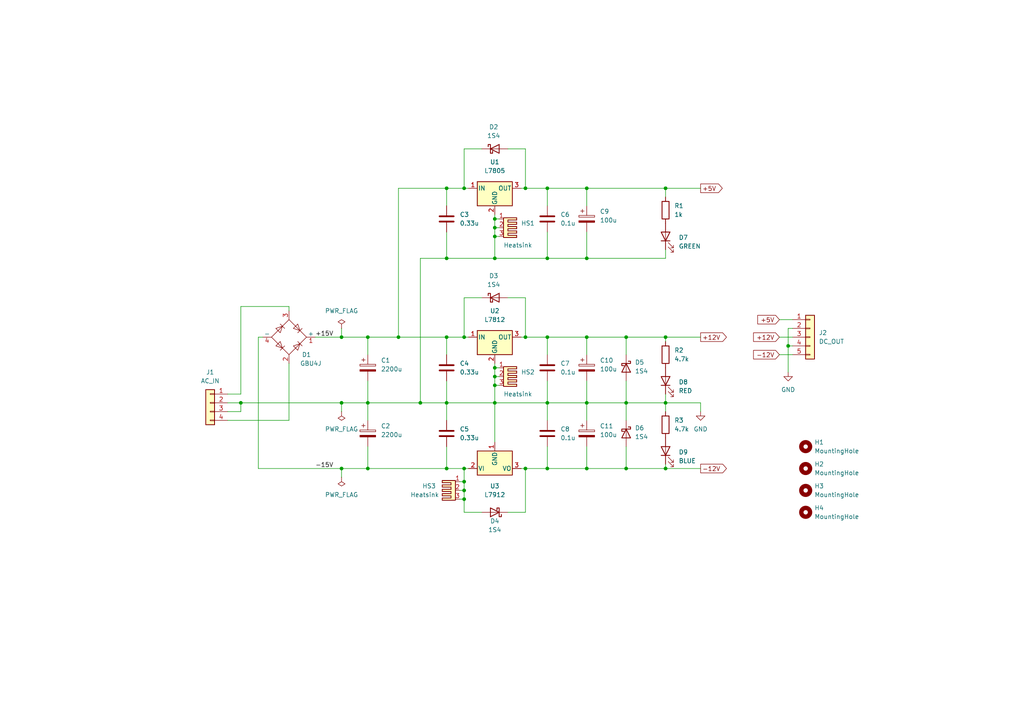
<source format=kicad_sch>
(kicad_sch (version 20211123) (generator eeschema)

  (uuid 383f4860-1171-4d85-93bf-e7d51cb47b41)

  (paper "A4")

  (title_block
    (title "12VDual 5V PSU")
    (date "2023-01-30")
    (rev "Ver. 1.1")
    (company "PNPN Manufactory")
  )

  (lib_symbols
    (symbol "Connector_Generic:Conn_01x04" (pin_names (offset 1.016) hide) (in_bom yes) (on_board yes)
      (property "Reference" "J" (id 0) (at 0 5.08 0)
        (effects (font (size 1.27 1.27)))
      )
      (property "Value" "Conn_01x04" (id 1) (at 0 -7.62 0)
        (effects (font (size 1.27 1.27)))
      )
      (property "Footprint" "" (id 2) (at 0 0 0)
        (effects (font (size 1.27 1.27)) hide)
      )
      (property "Datasheet" "~" (id 3) (at 0 0 0)
        (effects (font (size 1.27 1.27)) hide)
      )
      (property "ki_keywords" "connector" (id 4) (at 0 0 0)
        (effects (font (size 1.27 1.27)) hide)
      )
      (property "ki_description" "Generic connector, single row, 01x04, script generated (kicad-library-utils/schlib/autogen/connector/)" (id 5) (at 0 0 0)
        (effects (font (size 1.27 1.27)) hide)
      )
      (property "ki_fp_filters" "Connector*:*_1x??_*" (id 6) (at 0 0 0)
        (effects (font (size 1.27 1.27)) hide)
      )
      (symbol "Conn_01x04_1_1"
        (rectangle (start -1.27 -4.953) (end 0 -5.207)
          (stroke (width 0.1524) (type default) (color 0 0 0 0))
          (fill (type none))
        )
        (rectangle (start -1.27 -2.413) (end 0 -2.667)
          (stroke (width 0.1524) (type default) (color 0 0 0 0))
          (fill (type none))
        )
        (rectangle (start -1.27 0.127) (end 0 -0.127)
          (stroke (width 0.1524) (type default) (color 0 0 0 0))
          (fill (type none))
        )
        (rectangle (start -1.27 2.667) (end 0 2.413)
          (stroke (width 0.1524) (type default) (color 0 0 0 0))
          (fill (type none))
        )
        (rectangle (start -1.27 3.81) (end 1.27 -6.35)
          (stroke (width 0.254) (type default) (color 0 0 0 0))
          (fill (type background))
        )
        (pin passive line (at -5.08 2.54 0) (length 3.81)
          (name "Pin_1" (effects (font (size 1.27 1.27))))
          (number "1" (effects (font (size 1.27 1.27))))
        )
        (pin passive line (at -5.08 0 0) (length 3.81)
          (name "Pin_2" (effects (font (size 1.27 1.27))))
          (number "2" (effects (font (size 1.27 1.27))))
        )
        (pin passive line (at -5.08 -2.54 0) (length 3.81)
          (name "Pin_3" (effects (font (size 1.27 1.27))))
          (number "3" (effects (font (size 1.27 1.27))))
        )
        (pin passive line (at -5.08 -5.08 0) (length 3.81)
          (name "Pin_4" (effects (font (size 1.27 1.27))))
          (number "4" (effects (font (size 1.27 1.27))))
        )
      )
    )
    (symbol "Connector_Generic:Conn_01x05" (pin_names (offset 1.016) hide) (in_bom yes) (on_board yes)
      (property "Reference" "J" (id 0) (at 0 7.62 0)
        (effects (font (size 1.27 1.27)))
      )
      (property "Value" "Conn_01x05" (id 1) (at 0 -7.62 0)
        (effects (font (size 1.27 1.27)))
      )
      (property "Footprint" "" (id 2) (at 0 0 0)
        (effects (font (size 1.27 1.27)) hide)
      )
      (property "Datasheet" "~" (id 3) (at 0 0 0)
        (effects (font (size 1.27 1.27)) hide)
      )
      (property "ki_keywords" "connector" (id 4) (at 0 0 0)
        (effects (font (size 1.27 1.27)) hide)
      )
      (property "ki_description" "Generic connector, single row, 01x05, script generated (kicad-library-utils/schlib/autogen/connector/)" (id 5) (at 0 0 0)
        (effects (font (size 1.27 1.27)) hide)
      )
      (property "ki_fp_filters" "Connector*:*_1x??_*" (id 6) (at 0 0 0)
        (effects (font (size 1.27 1.27)) hide)
      )
      (symbol "Conn_01x05_1_1"
        (rectangle (start -1.27 -4.953) (end 0 -5.207)
          (stroke (width 0.1524) (type default) (color 0 0 0 0))
          (fill (type none))
        )
        (rectangle (start -1.27 -2.413) (end 0 -2.667)
          (stroke (width 0.1524) (type default) (color 0 0 0 0))
          (fill (type none))
        )
        (rectangle (start -1.27 0.127) (end 0 -0.127)
          (stroke (width 0.1524) (type default) (color 0 0 0 0))
          (fill (type none))
        )
        (rectangle (start -1.27 2.667) (end 0 2.413)
          (stroke (width 0.1524) (type default) (color 0 0 0 0))
          (fill (type none))
        )
        (rectangle (start -1.27 5.207) (end 0 4.953)
          (stroke (width 0.1524) (type default) (color 0 0 0 0))
          (fill (type none))
        )
        (rectangle (start -1.27 6.35) (end 1.27 -6.35)
          (stroke (width 0.254) (type default) (color 0 0 0 0))
          (fill (type background))
        )
        (pin passive line (at -5.08 5.08 0) (length 3.81)
          (name "Pin_1" (effects (font (size 1.27 1.27))))
          (number "1" (effects (font (size 1.27 1.27))))
        )
        (pin passive line (at -5.08 2.54 0) (length 3.81)
          (name "Pin_2" (effects (font (size 1.27 1.27))))
          (number "2" (effects (font (size 1.27 1.27))))
        )
        (pin passive line (at -5.08 0 0) (length 3.81)
          (name "Pin_3" (effects (font (size 1.27 1.27))))
          (number "3" (effects (font (size 1.27 1.27))))
        )
        (pin passive line (at -5.08 -2.54 0) (length 3.81)
          (name "Pin_4" (effects (font (size 1.27 1.27))))
          (number "4" (effects (font (size 1.27 1.27))))
        )
        (pin passive line (at -5.08 -5.08 0) (length 3.81)
          (name "Pin_5" (effects (font (size 1.27 1.27))))
          (number "5" (effects (font (size 1.27 1.27))))
        )
      )
    )
    (symbol "Device:C" (pin_numbers hide) (pin_names (offset 0.254)) (in_bom yes) (on_board yes)
      (property "Reference" "C" (id 0) (at 0.635 2.54 0)
        (effects (font (size 1.27 1.27)) (justify left))
      )
      (property "Value" "C" (id 1) (at 0.635 -2.54 0)
        (effects (font (size 1.27 1.27)) (justify left))
      )
      (property "Footprint" "" (id 2) (at 0.9652 -3.81 0)
        (effects (font (size 1.27 1.27)) hide)
      )
      (property "Datasheet" "~" (id 3) (at 0 0 0)
        (effects (font (size 1.27 1.27)) hide)
      )
      (property "ki_keywords" "cap capacitor" (id 4) (at 0 0 0)
        (effects (font (size 1.27 1.27)) hide)
      )
      (property "ki_description" "Unpolarized capacitor" (id 5) (at 0 0 0)
        (effects (font (size 1.27 1.27)) hide)
      )
      (property "ki_fp_filters" "C_*" (id 6) (at 0 0 0)
        (effects (font (size 1.27 1.27)) hide)
      )
      (symbol "C_0_1"
        (polyline
          (pts
            (xy -2.032 -0.762)
            (xy 2.032 -0.762)
          )
          (stroke (width 0.508) (type default) (color 0 0 0 0))
          (fill (type none))
        )
        (polyline
          (pts
            (xy -2.032 0.762)
            (xy 2.032 0.762)
          )
          (stroke (width 0.508) (type default) (color 0 0 0 0))
          (fill (type none))
        )
      )
      (symbol "C_1_1"
        (pin passive line (at 0 3.81 270) (length 2.794)
          (name "~" (effects (font (size 1.27 1.27))))
          (number "1" (effects (font (size 1.27 1.27))))
        )
        (pin passive line (at 0 -3.81 90) (length 2.794)
          (name "~" (effects (font (size 1.27 1.27))))
          (number "2" (effects (font (size 1.27 1.27))))
        )
      )
    )
    (symbol "Device:C_Polarized" (pin_numbers hide) (pin_names (offset 0.254)) (in_bom yes) (on_board yes)
      (property "Reference" "C" (id 0) (at 0.635 2.54 0)
        (effects (font (size 1.27 1.27)) (justify left))
      )
      (property "Value" "C_Polarized" (id 1) (at 0.635 -2.54 0)
        (effects (font (size 1.27 1.27)) (justify left))
      )
      (property "Footprint" "" (id 2) (at 0.9652 -3.81 0)
        (effects (font (size 1.27 1.27)) hide)
      )
      (property "Datasheet" "~" (id 3) (at 0 0 0)
        (effects (font (size 1.27 1.27)) hide)
      )
      (property "ki_keywords" "cap capacitor" (id 4) (at 0 0 0)
        (effects (font (size 1.27 1.27)) hide)
      )
      (property "ki_description" "Polarized capacitor" (id 5) (at 0 0 0)
        (effects (font (size 1.27 1.27)) hide)
      )
      (property "ki_fp_filters" "CP_*" (id 6) (at 0 0 0)
        (effects (font (size 1.27 1.27)) hide)
      )
      (symbol "C_Polarized_0_1"
        (rectangle (start -2.286 0.508) (end 2.286 1.016)
          (stroke (width 0) (type default) (color 0 0 0 0))
          (fill (type none))
        )
        (polyline
          (pts
            (xy -1.778 2.286)
            (xy -0.762 2.286)
          )
          (stroke (width 0) (type default) (color 0 0 0 0))
          (fill (type none))
        )
        (polyline
          (pts
            (xy -1.27 2.794)
            (xy -1.27 1.778)
          )
          (stroke (width 0) (type default) (color 0 0 0 0))
          (fill (type none))
        )
        (rectangle (start 2.286 -0.508) (end -2.286 -1.016)
          (stroke (width 0) (type default) (color 0 0 0 0))
          (fill (type outline))
        )
      )
      (symbol "C_Polarized_1_1"
        (pin passive line (at 0 3.81 270) (length 2.794)
          (name "~" (effects (font (size 1.27 1.27))))
          (number "1" (effects (font (size 1.27 1.27))))
        )
        (pin passive line (at 0 -3.81 90) (length 2.794)
          (name "~" (effects (font (size 1.27 1.27))))
          (number "2" (effects (font (size 1.27 1.27))))
        )
      )
    )
    (symbol "Device:D_Schottky" (pin_numbers hide) (pin_names (offset 1.016) hide) (in_bom yes) (on_board yes)
      (property "Reference" "D" (id 0) (at 0 2.54 0)
        (effects (font (size 1.27 1.27)))
      )
      (property "Value" "D_Schottky" (id 1) (at 0 -2.54 0)
        (effects (font (size 1.27 1.27)))
      )
      (property "Footprint" "" (id 2) (at 0 0 0)
        (effects (font (size 1.27 1.27)) hide)
      )
      (property "Datasheet" "~" (id 3) (at 0 0 0)
        (effects (font (size 1.27 1.27)) hide)
      )
      (property "ki_keywords" "diode Schottky" (id 4) (at 0 0 0)
        (effects (font (size 1.27 1.27)) hide)
      )
      (property "ki_description" "Schottky diode" (id 5) (at 0 0 0)
        (effects (font (size 1.27 1.27)) hide)
      )
      (property "ki_fp_filters" "TO-???* *_Diode_* *SingleDiode* D_*" (id 6) (at 0 0 0)
        (effects (font (size 1.27 1.27)) hide)
      )
      (symbol "D_Schottky_0_1"
        (polyline
          (pts
            (xy 1.27 0)
            (xy -1.27 0)
          )
          (stroke (width 0) (type default) (color 0 0 0 0))
          (fill (type none))
        )
        (polyline
          (pts
            (xy 1.27 1.27)
            (xy 1.27 -1.27)
            (xy -1.27 0)
            (xy 1.27 1.27)
          )
          (stroke (width 0.254) (type default) (color 0 0 0 0))
          (fill (type none))
        )
        (polyline
          (pts
            (xy -1.905 0.635)
            (xy -1.905 1.27)
            (xy -1.27 1.27)
            (xy -1.27 -1.27)
            (xy -0.635 -1.27)
            (xy -0.635 -0.635)
          )
          (stroke (width 0.254) (type default) (color 0 0 0 0))
          (fill (type none))
        )
      )
      (symbol "D_Schottky_1_1"
        (pin passive line (at -3.81 0 0) (length 2.54)
          (name "K" (effects (font (size 1.27 1.27))))
          (number "1" (effects (font (size 1.27 1.27))))
        )
        (pin passive line (at 3.81 0 180) (length 2.54)
          (name "A" (effects (font (size 1.27 1.27))))
          (number "2" (effects (font (size 1.27 1.27))))
        )
      )
    )
    (symbol "Device:LED" (pin_numbers hide) (pin_names (offset 1.016) hide) (in_bom yes) (on_board yes)
      (property "Reference" "D" (id 0) (at 0 2.54 0)
        (effects (font (size 1.27 1.27)))
      )
      (property "Value" "LED" (id 1) (at 0 -2.54 0)
        (effects (font (size 1.27 1.27)))
      )
      (property "Footprint" "" (id 2) (at 0 0 0)
        (effects (font (size 1.27 1.27)) hide)
      )
      (property "Datasheet" "~" (id 3) (at 0 0 0)
        (effects (font (size 1.27 1.27)) hide)
      )
      (property "ki_keywords" "LED diode" (id 4) (at 0 0 0)
        (effects (font (size 1.27 1.27)) hide)
      )
      (property "ki_description" "Light emitting diode" (id 5) (at 0 0 0)
        (effects (font (size 1.27 1.27)) hide)
      )
      (property "ki_fp_filters" "LED* LED_SMD:* LED_THT:*" (id 6) (at 0 0 0)
        (effects (font (size 1.27 1.27)) hide)
      )
      (symbol "LED_0_1"
        (polyline
          (pts
            (xy -1.27 -1.27)
            (xy -1.27 1.27)
          )
          (stroke (width 0.254) (type default) (color 0 0 0 0))
          (fill (type none))
        )
        (polyline
          (pts
            (xy -1.27 0)
            (xy 1.27 0)
          )
          (stroke (width 0) (type default) (color 0 0 0 0))
          (fill (type none))
        )
        (polyline
          (pts
            (xy 1.27 -1.27)
            (xy 1.27 1.27)
            (xy -1.27 0)
            (xy 1.27 -1.27)
          )
          (stroke (width 0.254) (type default) (color 0 0 0 0))
          (fill (type none))
        )
        (polyline
          (pts
            (xy -3.048 -0.762)
            (xy -4.572 -2.286)
            (xy -3.81 -2.286)
            (xy -4.572 -2.286)
            (xy -4.572 -1.524)
          )
          (stroke (width 0) (type default) (color 0 0 0 0))
          (fill (type none))
        )
        (polyline
          (pts
            (xy -1.778 -0.762)
            (xy -3.302 -2.286)
            (xy -2.54 -2.286)
            (xy -3.302 -2.286)
            (xy -3.302 -1.524)
          )
          (stroke (width 0) (type default) (color 0 0 0 0))
          (fill (type none))
        )
      )
      (symbol "LED_1_1"
        (pin passive line (at -3.81 0 0) (length 2.54)
          (name "K" (effects (font (size 1.27 1.27))))
          (number "1" (effects (font (size 1.27 1.27))))
        )
        (pin passive line (at 3.81 0 180) (length 2.54)
          (name "A" (effects (font (size 1.27 1.27))))
          (number "2" (effects (font (size 1.27 1.27))))
        )
      )
    )
    (symbol "Device:R" (pin_numbers hide) (pin_names (offset 0)) (in_bom yes) (on_board yes)
      (property "Reference" "R" (id 0) (at 2.032 0 90)
        (effects (font (size 1.27 1.27)))
      )
      (property "Value" "R" (id 1) (at 0 0 90)
        (effects (font (size 1.27 1.27)))
      )
      (property "Footprint" "" (id 2) (at -1.778 0 90)
        (effects (font (size 1.27 1.27)) hide)
      )
      (property "Datasheet" "~" (id 3) (at 0 0 0)
        (effects (font (size 1.27 1.27)) hide)
      )
      (property "ki_keywords" "R res resistor" (id 4) (at 0 0 0)
        (effects (font (size 1.27 1.27)) hide)
      )
      (property "ki_description" "Resistor" (id 5) (at 0 0 0)
        (effects (font (size 1.27 1.27)) hide)
      )
      (property "ki_fp_filters" "R_*" (id 6) (at 0 0 0)
        (effects (font (size 1.27 1.27)) hide)
      )
      (symbol "R_0_1"
        (rectangle (start -1.016 -2.54) (end 1.016 2.54)
          (stroke (width 0.254) (type default) (color 0 0 0 0))
          (fill (type none))
        )
      )
      (symbol "R_1_1"
        (pin passive line (at 0 3.81 270) (length 1.27)
          (name "~" (effects (font (size 1.27 1.27))))
          (number "1" (effects (font (size 1.27 1.27))))
        )
        (pin passive line (at 0 -3.81 90) (length 1.27)
          (name "~" (effects (font (size 1.27 1.27))))
          (number "2" (effects (font (size 1.27 1.27))))
        )
      )
    )
    (symbol "Diode_Bridge:GBU4J" (pin_names (offset 0)) (in_bom yes) (on_board yes)
      (property "Reference" "D" (id 0) (at 2.54 6.985 0)
        (effects (font (size 1.27 1.27)) (justify left))
      )
      (property "Value" "GBU4J" (id 1) (at 2.54 5.08 0)
        (effects (font (size 1.27 1.27)) (justify left))
      )
      (property "Footprint" "Diode_THT:Diode_Bridge_Vishay_GBU" (id 2) (at 3.81 3.175 0)
        (effects (font (size 1.27 1.27)) (justify left) hide)
      )
      (property "Datasheet" "http://www.vishay.com/docs/88656/gbu4a.pdf" (id 3) (at 0 0 0)
        (effects (font (size 1.27 1.27)) hide)
      )
      (property "ki_keywords" "rectifier acdc" (id 4) (at 0 0 0)
        (effects (font (size 1.27 1.27)) hide)
      )
      (property "ki_description" "Single-Phase Bridge Rectifier, 420V Vrms, 4.0A If, GBU package" (id 5) (at 0 0 0)
        (effects (font (size 1.27 1.27)) hide)
      )
      (property "ki_fp_filters" "Diode*Bridge*Vishay*GBU*" (id 6) (at 0 0 0)
        (effects (font (size 1.27 1.27)) hide)
      )
      (symbol "GBU4J_0_1"
        (polyline
          (pts
            (xy -2.54 3.81)
            (xy -1.27 2.54)
          )
          (stroke (width 0) (type default) (color 0 0 0 0))
          (fill (type none))
        )
        (polyline
          (pts
            (xy -1.27 -2.54)
            (xy -2.54 -3.81)
          )
          (stroke (width 0) (type default) (color 0 0 0 0))
          (fill (type none))
        )
        (polyline
          (pts
            (xy 2.54 -1.27)
            (xy 3.81 -2.54)
          )
          (stroke (width 0) (type default) (color 0 0 0 0))
          (fill (type none))
        )
        (polyline
          (pts
            (xy 2.54 1.27)
            (xy 3.81 2.54)
          )
          (stroke (width 0) (type default) (color 0 0 0 0))
          (fill (type none))
        )
        (polyline
          (pts
            (xy -3.81 2.54)
            (xy -2.54 1.27)
            (xy -1.905 3.175)
            (xy -3.81 2.54)
          )
          (stroke (width 0) (type default) (color 0 0 0 0))
          (fill (type none))
        )
        (polyline
          (pts
            (xy -2.54 -1.27)
            (xy -3.81 -2.54)
            (xy -1.905 -3.175)
            (xy -2.54 -1.27)
          )
          (stroke (width 0) (type default) (color 0 0 0 0))
          (fill (type none))
        )
        (polyline
          (pts
            (xy 1.27 2.54)
            (xy 2.54 3.81)
            (xy 3.175 1.905)
            (xy 1.27 2.54)
          )
          (stroke (width 0) (type default) (color 0 0 0 0))
          (fill (type none))
        )
        (polyline
          (pts
            (xy 3.175 -1.905)
            (xy 1.27 -2.54)
            (xy 2.54 -3.81)
            (xy 3.175 -1.905)
          )
          (stroke (width 0) (type default) (color 0 0 0 0))
          (fill (type none))
        )
        (polyline
          (pts
            (xy -5.08 0)
            (xy 0 -5.08)
            (xy 5.08 0)
            (xy 0 5.08)
            (xy -5.08 0)
          )
          (stroke (width 0) (type default) (color 0 0 0 0))
          (fill (type none))
        )
      )
      (symbol "GBU4J_1_1"
        (pin passive line (at 7.62 0 180) (length 2.54)
          (name "+" (effects (font (size 1.27 1.27))))
          (number "1" (effects (font (size 1.27 1.27))))
        )
        (pin passive line (at 0 -7.62 90) (length 2.54)
          (name "~" (effects (font (size 1.27 1.27))))
          (number "2" (effects (font (size 1.27 1.27))))
        )
        (pin passive line (at 0 7.62 270) (length 2.54)
          (name "~" (effects (font (size 1.27 1.27))))
          (number "3" (effects (font (size 1.27 1.27))))
        )
        (pin passive line (at -7.62 0 0) (length 2.54)
          (name "-" (effects (font (size 1.27 1.27))))
          (number "4" (effects (font (size 1.27 1.27))))
        )
      )
    )
    (symbol "Mechanical:Heatsink_Pad_3Pin" (pin_names (offset 0)) (in_bom yes) (on_board yes)
      (property "Reference" "HS" (id 0) (at 0 5.715 0)
        (effects (font (size 1.27 1.27)))
      )
      (property "Value" "Heatsink_Pad_3Pin" (id 1) (at 0 3.81 0)
        (effects (font (size 1.27 1.27)))
      )
      (property "Footprint" "" (id 2) (at 0.3048 -1.27 0)
        (effects (font (size 1.27 1.27)) hide)
      )
      (property "Datasheet" "~" (id 3) (at 0.3048 -1.27 0)
        (effects (font (size 1.27 1.27)) hide)
      )
      (property "ki_keywords" "thermal heat temperature" (id 4) (at 0 0 0)
        (effects (font (size 1.27 1.27)) hide)
      )
      (property "ki_description" "Heatsink with electrical connection, 3 pin" (id 5) (at 0 0 0)
        (effects (font (size 1.27 1.27)) hide)
      )
      (property "ki_fp_filters" "Heatsink_*" (id 6) (at 0 0 0)
        (effects (font (size 1.27 1.27)) hide)
      )
      (symbol "Heatsink_Pad_3Pin_0_1"
        (polyline
          (pts
            (xy -0.3302 0)
            (xy -0.9652 0)
            (xy -0.9652 2.54)
            (xy -1.6002 2.54)
            (xy -1.6002 0)
            (xy -2.2352 0)
            (xy -2.2352 2.54)
            (xy -2.8702 2.54)
            (xy -2.8702 -1.27)
            (xy -0.9652 -1.27)
          )
          (stroke (width 0.254) (type default) (color 0 0 0 0))
          (fill (type background))
        )
        (polyline
          (pts
            (xy -0.3302 0)
            (xy -0.3302 2.54)
            (xy 0.3048 2.54)
            (xy 0.3048 0)
            (xy 0.9398 0)
            (xy 0.9398 2.54)
            (xy 1.5748 2.54)
            (xy 1.5748 0)
            (xy 2.2098 0)
            (xy 2.2098 2.54)
            (xy 2.8448 2.54)
            (xy 2.8448 -1.27)
            (xy -0.9652 -1.27)
          )
          (stroke (width 0.254) (type default) (color 0 0 0 0))
          (fill (type background))
        )
      )
      (symbol "Heatsink_Pad_3Pin_1_1"
        (pin passive line (at -2.54 -2.54 90) (length 1.27)
          (name "~" (effects (font (size 1.27 1.27))))
          (number "1" (effects (font (size 1.27 1.27))))
        )
        (pin passive line (at 0 -2.54 90) (length 1.27)
          (name "~" (effects (font (size 1.27 1.27))))
          (number "2" (effects (font (size 1.27 1.27))))
        )
        (pin passive line (at 2.54 -2.54 90) (length 1.27)
          (name "~" (effects (font (size 1.27 1.27))))
          (number "3" (effects (font (size 1.27 1.27))))
        )
      )
    )
    (symbol "Mechanical:MountingHole" (pin_names (offset 1.016)) (in_bom yes) (on_board yes)
      (property "Reference" "H" (id 0) (at 0 5.08 0)
        (effects (font (size 1.27 1.27)))
      )
      (property "Value" "MountingHole" (id 1) (at 0 3.175 0)
        (effects (font (size 1.27 1.27)))
      )
      (property "Footprint" "" (id 2) (at 0 0 0)
        (effects (font (size 1.27 1.27)) hide)
      )
      (property "Datasheet" "~" (id 3) (at 0 0 0)
        (effects (font (size 1.27 1.27)) hide)
      )
      (property "ki_keywords" "mounting hole" (id 4) (at 0 0 0)
        (effects (font (size 1.27 1.27)) hide)
      )
      (property "ki_description" "Mounting Hole without connection" (id 5) (at 0 0 0)
        (effects (font (size 1.27 1.27)) hide)
      )
      (property "ki_fp_filters" "MountingHole*" (id 6) (at 0 0 0)
        (effects (font (size 1.27 1.27)) hide)
      )
      (symbol "MountingHole_0_1"
        (circle (center 0 0) (radius 1.27)
          (stroke (width 1.27) (type default) (color 0 0 0 0))
          (fill (type none))
        )
      )
    )
    (symbol "Regulator_Linear:L7805" (pin_names (offset 0.254)) (in_bom yes) (on_board yes)
      (property "Reference" "U" (id 0) (at -3.81 3.175 0)
        (effects (font (size 1.27 1.27)))
      )
      (property "Value" "L7805" (id 1) (at 0 3.175 0)
        (effects (font (size 1.27 1.27)) (justify left))
      )
      (property "Footprint" "" (id 2) (at 0.635 -3.81 0)
        (effects (font (size 1.27 1.27) italic) (justify left) hide)
      )
      (property "Datasheet" "http://www.st.com/content/ccc/resource/technical/document/datasheet/41/4f/b3/b0/12/d4/47/88/CD00000444.pdf/files/CD00000444.pdf/jcr:content/translations/en.CD00000444.pdf" (id 3) (at 0 -1.27 0)
        (effects (font (size 1.27 1.27)) hide)
      )
      (property "ki_keywords" "Voltage Regulator 1.5A Positive" (id 4) (at 0 0 0)
        (effects (font (size 1.27 1.27)) hide)
      )
      (property "ki_description" "Positive 1.5A 35V Linear Regulator, Fixed Output 5V, TO-220/TO-263/TO-252" (id 5) (at 0 0 0)
        (effects (font (size 1.27 1.27)) hide)
      )
      (property "ki_fp_filters" "TO?252* TO?263* TO?220*" (id 6) (at 0 0 0)
        (effects (font (size 1.27 1.27)) hide)
      )
      (symbol "L7805_0_1"
        (rectangle (start -5.08 1.905) (end 5.08 -5.08)
          (stroke (width 0.254) (type default) (color 0 0 0 0))
          (fill (type background))
        )
      )
      (symbol "L7805_1_1"
        (pin power_in line (at -7.62 0 0) (length 2.54)
          (name "IN" (effects (font (size 1.27 1.27))))
          (number "1" (effects (font (size 1.27 1.27))))
        )
        (pin power_in line (at 0 -7.62 90) (length 2.54)
          (name "GND" (effects (font (size 1.27 1.27))))
          (number "2" (effects (font (size 1.27 1.27))))
        )
        (pin power_out line (at 7.62 0 180) (length 2.54)
          (name "OUT" (effects (font (size 1.27 1.27))))
          (number "3" (effects (font (size 1.27 1.27))))
        )
      )
    )
    (symbol "Regulator_Linear:L7812" (pin_names (offset 0.254)) (in_bom yes) (on_board yes)
      (property "Reference" "U" (id 0) (at -3.81 3.175 0)
        (effects (font (size 1.27 1.27)))
      )
      (property "Value" "L7812" (id 1) (at 0 3.175 0)
        (effects (font (size 1.27 1.27)) (justify left))
      )
      (property "Footprint" "" (id 2) (at 0.635 -3.81 0)
        (effects (font (size 1.27 1.27) italic) (justify left) hide)
      )
      (property "Datasheet" "http://www.st.com/content/ccc/resource/technical/document/datasheet/41/4f/b3/b0/12/d4/47/88/CD00000444.pdf/files/CD00000444.pdf/jcr:content/translations/en.CD00000444.pdf" (id 3) (at 0 -1.27 0)
        (effects (font (size 1.27 1.27)) hide)
      )
      (property "ki_keywords" "Voltage Regulator 1.5A Positive" (id 4) (at 0 0 0)
        (effects (font (size 1.27 1.27)) hide)
      )
      (property "ki_description" "Positive 1.5A 35V Linear Regulator, Fixed Output 12V, TO-220/TO-263/TO-252" (id 5) (at 0 0 0)
        (effects (font (size 1.27 1.27)) hide)
      )
      (property "ki_fp_filters" "TO?252* TO?263* TO?220*" (id 6) (at 0 0 0)
        (effects (font (size 1.27 1.27)) hide)
      )
      (symbol "L7812_0_1"
        (rectangle (start -5.08 1.905) (end 5.08 -5.08)
          (stroke (width 0.254) (type default) (color 0 0 0 0))
          (fill (type background))
        )
      )
      (symbol "L7812_1_1"
        (pin power_in line (at -7.62 0 0) (length 2.54)
          (name "IN" (effects (font (size 1.27 1.27))))
          (number "1" (effects (font (size 1.27 1.27))))
        )
        (pin power_in line (at 0 -7.62 90) (length 2.54)
          (name "GND" (effects (font (size 1.27 1.27))))
          (number "2" (effects (font (size 1.27 1.27))))
        )
        (pin power_out line (at 7.62 0 180) (length 2.54)
          (name "OUT" (effects (font (size 1.27 1.27))))
          (number "3" (effects (font (size 1.27 1.27))))
        )
      )
    )
    (symbol "Regulator_Linear:L7912" (pin_names (offset 0.254)) (in_bom yes) (on_board yes)
      (property "Reference" "U" (id 0) (at -3.81 -3.175 0)
        (effects (font (size 1.27 1.27)))
      )
      (property "Value" "L7912" (id 1) (at 0 -3.175 0)
        (effects (font (size 1.27 1.27)) (justify left))
      )
      (property "Footprint" "" (id 2) (at 0 -5.08 0)
        (effects (font (size 1.27 1.27) italic) hide)
      )
      (property "Datasheet" "http://www.st.com/content/ccc/resource/technical/document/datasheet/c9/16/86/41/c7/2b/45/f2/CD00000450.pdf/files/CD00000450.pdf/jcr:content/translations/en.CD00000450.pdf" (id 3) (at 0 0 0)
        (effects (font (size 1.27 1.27)) hide)
      )
      (property "ki_keywords" "Voltage Regulator 1.5A Negative" (id 4) (at 0 0 0)
        (effects (font (size 1.27 1.27)) hide)
      )
      (property "ki_description" "Negative 1.5A 35V Linear Regulator, Fixed Output -12V, TO-220/TO-263" (id 5) (at 0 0 0)
        (effects (font (size 1.27 1.27)) hide)
      )
      (property "ki_fp_filters" "TO?220* TO?263*" (id 6) (at 0 0 0)
        (effects (font (size 1.27 1.27)) hide)
      )
      (symbol "L7912_0_1"
        (rectangle (start -5.08 5.08) (end 5.08 -1.905)
          (stroke (width 0.254) (type default) (color 0 0 0 0))
          (fill (type background))
        )
      )
      (symbol "L7912_1_1"
        (pin power_in line (at 0 7.62 270) (length 2.54)
          (name "GND" (effects (font (size 1.27 1.27))))
          (number "1" (effects (font (size 1.27 1.27))))
        )
        (pin power_in line (at -7.62 0 0) (length 2.54)
          (name "VI" (effects (font (size 1.27 1.27))))
          (number "2" (effects (font (size 1.27 1.27))))
        )
        (pin power_out line (at 7.62 0 180) (length 2.54)
          (name "VO" (effects (font (size 1.27 1.27))))
          (number "3" (effects (font (size 1.27 1.27))))
        )
      )
    )
    (symbol "power:GND" (power) (pin_names (offset 0)) (in_bom yes) (on_board yes)
      (property "Reference" "#PWR" (id 0) (at 0 -6.35 0)
        (effects (font (size 1.27 1.27)) hide)
      )
      (property "Value" "GND" (id 1) (at 0 -3.81 0)
        (effects (font (size 1.27 1.27)))
      )
      (property "Footprint" "" (id 2) (at 0 0 0)
        (effects (font (size 1.27 1.27)) hide)
      )
      (property "Datasheet" "" (id 3) (at 0 0 0)
        (effects (font (size 1.27 1.27)) hide)
      )
      (property "ki_keywords" "global power" (id 4) (at 0 0 0)
        (effects (font (size 1.27 1.27)) hide)
      )
      (property "ki_description" "Power symbol creates a global label with name \"GND\" , ground" (id 5) (at 0 0 0)
        (effects (font (size 1.27 1.27)) hide)
      )
      (symbol "GND_0_1"
        (polyline
          (pts
            (xy 0 0)
            (xy 0 -1.27)
            (xy 1.27 -1.27)
            (xy 0 -2.54)
            (xy -1.27 -1.27)
            (xy 0 -1.27)
          )
          (stroke (width 0) (type default) (color 0 0 0 0))
          (fill (type none))
        )
      )
      (symbol "GND_1_1"
        (pin power_in line (at 0 0 270) (length 0) hide
          (name "GND" (effects (font (size 1.27 1.27))))
          (number "1" (effects (font (size 1.27 1.27))))
        )
      )
    )
    (symbol "power:PWR_FLAG" (power) (pin_numbers hide) (pin_names (offset 0) hide) (in_bom yes) (on_board yes)
      (property "Reference" "#FLG" (id 0) (at 0 1.905 0)
        (effects (font (size 1.27 1.27)) hide)
      )
      (property "Value" "PWR_FLAG" (id 1) (at 0 3.81 0)
        (effects (font (size 1.27 1.27)))
      )
      (property "Footprint" "" (id 2) (at 0 0 0)
        (effects (font (size 1.27 1.27)) hide)
      )
      (property "Datasheet" "~" (id 3) (at 0 0 0)
        (effects (font (size 1.27 1.27)) hide)
      )
      (property "ki_keywords" "flag power" (id 4) (at 0 0 0)
        (effects (font (size 1.27 1.27)) hide)
      )
      (property "ki_description" "Special symbol for telling ERC where power comes from" (id 5) (at 0 0 0)
        (effects (font (size 1.27 1.27)) hide)
      )
      (symbol "PWR_FLAG_0_0"
        (pin power_out line (at 0 0 90) (length 0)
          (name "pwr" (effects (font (size 1.27 1.27))))
          (number "1" (effects (font (size 1.27 1.27))))
        )
      )
      (symbol "PWR_FLAG_0_1"
        (polyline
          (pts
            (xy 0 0)
            (xy 0 1.27)
            (xy -1.016 1.905)
            (xy 0 2.54)
            (xy 1.016 1.905)
            (xy 0 1.27)
          )
          (stroke (width 0) (type default) (color 0 0 0 0))
          (fill (type none))
        )
      )
    )
  )

  (junction (at 99.06 135.89) (diameter 0) (color 0 0 0 0)
    (uuid 025a2b91-8bab-4609-93d8-20ef79f783ea)
  )
  (junction (at 143.51 68.58) (diameter 0) (color 0 0 0 0)
    (uuid 061f1197-78ea-49d5-8a57-33b61a793738)
  )
  (junction (at 181.61 135.89) (diameter 0) (color 0 0 0 0)
    (uuid 071b9d6a-abe0-497b-9b0e-27b5d0785045)
  )
  (junction (at 193.04 97.79) (diameter 0) (color 0 0 0 0)
    (uuid 0a8384af-b40b-4167-a173-1d8ab81bd0b8)
  )
  (junction (at 129.54 54.61) (diameter 0) (color 0 0 0 0)
    (uuid 0a97c7c9-b532-4dff-adfd-5e5017a69be7)
  )
  (junction (at 106.68 135.89) (diameter 0) (color 0 0 0 0)
    (uuid 1211d216-fa37-43da-9625-b1c7223064ad)
  )
  (junction (at 99.06 116.84) (diameter 0) (color 0 0 0 0)
    (uuid 1243d88d-e088-4d96-959e-3e77cb4475c4)
  )
  (junction (at 170.18 54.61) (diameter 0) (color 0 0 0 0)
    (uuid 149b606f-d37d-42ad-8ccd-0bd9f4d3580a)
  )
  (junction (at 170.18 74.93) (diameter 0) (color 0 0 0 0)
    (uuid 1639616b-c02b-4bb5-a29c-54097fb48a5b)
  )
  (junction (at 143.51 106.68) (diameter 0) (color 0 0 0 0)
    (uuid 16ab91cb-f132-4bf6-b5c6-f05cad72b487)
  )
  (junction (at 158.75 54.61) (diameter 0) (color 0 0 0 0)
    (uuid 16b6b2db-2c02-4652-8600-2d02d3e8ae98)
  )
  (junction (at 134.62 144.78) (diameter 0) (color 0 0 0 0)
    (uuid 1e34c938-2081-4a9e-908c-927e008ee63f)
  )
  (junction (at 193.04 116.84) (diameter 0) (color 0 0 0 0)
    (uuid 229e25e6-c94a-4dd1-bc07-422cfdf48b70)
  )
  (junction (at 143.51 111.76) (diameter 0) (color 0 0 0 0)
    (uuid 2696629d-a451-46c1-995c-788318123fe4)
  )
  (junction (at 134.62 139.7) (diameter 0) (color 0 0 0 0)
    (uuid 2a9d5544-d9a8-46df-86ec-4cc0444a55f6)
  )
  (junction (at 129.54 97.79) (diameter 0) (color 0 0 0 0)
    (uuid 2d75d14d-579f-460f-b617-5d5cc7f19366)
  )
  (junction (at 152.4 135.89) (diameter 0) (color 0 0 0 0)
    (uuid 2e3057c0-8d23-4f8c-af2c-146203184ced)
  )
  (junction (at 143.51 109.22) (diameter 0) (color 0 0 0 0)
    (uuid 31f76164-454d-4177-9f52-b56b557daa69)
  )
  (junction (at 181.61 116.84) (diameter 0) (color 0 0 0 0)
    (uuid 35de93d6-d57d-4e03-8624-8eea3b985c24)
  )
  (junction (at 170.18 135.89) (diameter 0) (color 0 0 0 0)
    (uuid 50a51fc9-839a-4a29-8e92-55358fb09226)
  )
  (junction (at 152.4 97.79) (diameter 0) (color 0 0 0 0)
    (uuid 54688e44-ea0f-4966-9466-8907196c332d)
  )
  (junction (at 152.4 54.61) (diameter 0) (color 0 0 0 0)
    (uuid 59ba13f8-9ebc-4888-b9e5-042301f5802e)
  )
  (junction (at 129.54 116.84) (diameter 0) (color 0 0 0 0)
    (uuid 5a039407-ba81-4581-9c1c-3f9891b71a45)
  )
  (junction (at 129.54 135.89) (diameter 0) (color 0 0 0 0)
    (uuid 5aeb7d2a-8739-48fb-860f-bec6a2d91872)
  )
  (junction (at 134.62 97.79) (diameter 0) (color 0 0 0 0)
    (uuid 6541809d-a459-46f4-a960-478278bac3bb)
  )
  (junction (at 181.61 97.79) (diameter 0) (color 0 0 0 0)
    (uuid 65676a01-ab8f-491c-987b-a1dd7342cdec)
  )
  (junction (at 143.51 74.93) (diameter 0) (color 0 0 0 0)
    (uuid 6ca8aaec-aabc-4bd7-b167-e9e17078a4af)
  )
  (junction (at 143.51 66.04) (diameter 0) (color 0 0 0 0)
    (uuid 6d748305-c025-40ba-b83d-6287d75dc472)
  )
  (junction (at 170.18 97.79) (diameter 0) (color 0 0 0 0)
    (uuid 795e6778-1957-4978-93c4-7c9da88644f6)
  )
  (junction (at 228.6 100.33) (diameter 0) (color 0 0 0 0)
    (uuid 79e32803-41cd-4363-a1a1-7875dbcf9d61)
  )
  (junction (at 134.62 142.24) (diameter 0) (color 0 0 0 0)
    (uuid 7b932b04-8927-43dd-923b-f369f502fb6f)
  )
  (junction (at 134.62 135.89) (diameter 0) (color 0 0 0 0)
    (uuid 83b6b13c-707f-45b3-8e09-69afb4fb39b0)
  )
  (junction (at 134.62 54.61) (diameter 0) (color 0 0 0 0)
    (uuid 863d8545-c100-474a-a0ac-17dfe3642567)
  )
  (junction (at 158.75 116.84) (diameter 0) (color 0 0 0 0)
    (uuid 86f5ca42-50dd-4d05-ad82-ee0f8684ae6a)
  )
  (junction (at 170.18 116.84) (diameter 0) (color 0 0 0 0)
    (uuid 8fdee91f-a063-43b9-b08f-d41761bde888)
  )
  (junction (at 193.04 135.89) (diameter 0) (color 0 0 0 0)
    (uuid 92ad8e38-48c2-4e03-bffa-e7e203ccecc0)
  )
  (junction (at 99.06 97.79) (diameter 0) (color 0 0 0 0)
    (uuid 99e132c5-bd3f-4d41-aea5-697e631ee337)
  )
  (junction (at 106.68 116.84) (diameter 0) (color 0 0 0 0)
    (uuid 9d826cad-82b7-46a5-bf99-01abe607e4c2)
  )
  (junction (at 69.85 116.84) (diameter 0) (color 0 0 0 0)
    (uuid a9982c73-38f0-4213-81f5-c59170dedbf5)
  )
  (junction (at 143.51 116.84) (diameter 0) (color 0 0 0 0)
    (uuid b1e91c07-14a4-42fd-a928-a7953f33ffd0)
  )
  (junction (at 121.92 116.84) (diameter 0) (color 0 0 0 0)
    (uuid b6940cc2-4935-45b9-9df4-17a61dfae9a7)
  )
  (junction (at 115.57 97.79) (diameter 0) (color 0 0 0 0)
    (uuid b748143b-07ba-4868-88cb-e70bbd75d111)
  )
  (junction (at 158.75 97.79) (diameter 0) (color 0 0 0 0)
    (uuid b7520bee-276f-497b-a1b6-62edfc4c9eff)
  )
  (junction (at 193.04 54.61) (diameter 0) (color 0 0 0 0)
    (uuid c0e8c57f-c938-4e2e-846a-a65bebc051c6)
  )
  (junction (at 129.54 74.93) (diameter 0) (color 0 0 0 0)
    (uuid c6ce7ffa-ced0-4f4c-8e22-c48059c50e0e)
  )
  (junction (at 143.51 63.5) (diameter 0) (color 0 0 0 0)
    (uuid cc00a83f-0e55-4eb7-a32c-14cf739d548b)
  )
  (junction (at 158.75 74.93) (diameter 0) (color 0 0 0 0)
    (uuid e2082cd6-857f-44b3-a92c-c64fa28db832)
  )
  (junction (at 106.68 97.79) (diameter 0) (color 0 0 0 0)
    (uuid e57f3600-39df-4caa-945e-089e78fe2ca5)
  )
  (junction (at 158.75 135.89) (diameter 0) (color 0 0 0 0)
    (uuid f9236762-1a4d-4ecb-a2d6-86474b31499a)
  )

  (wire (pts (xy 66.04 119.38) (xy 69.85 119.38))
    (stroke (width 0) (type default) (color 0 0 0 0))
    (uuid 004cdf79-8dd9-4c77-8e45-62d4332c40dc)
  )
  (wire (pts (xy 193.04 116.84) (xy 203.2 116.84))
    (stroke (width 0) (type default) (color 0 0 0 0))
    (uuid 00e72c91-33b0-4b2a-816d-b28fb5fa2bfb)
  )
  (wire (pts (xy 129.54 54.61) (xy 134.62 54.61))
    (stroke (width 0) (type default) (color 0 0 0 0))
    (uuid 024d37fa-a0fa-41d1-845f-0c0e70463062)
  )
  (wire (pts (xy 151.13 97.79) (xy 152.4 97.79))
    (stroke (width 0) (type default) (color 0 0 0 0))
    (uuid 02f890c7-1db3-4cfa-8cd2-ae7d5ffc6705)
  )
  (wire (pts (xy 226.06 102.87) (xy 229.87 102.87))
    (stroke (width 0) (type default) (color 0 0 0 0))
    (uuid 030ddcbf-d43f-4b76-b53e-309e7c963dd9)
  )
  (wire (pts (xy 91.44 97.79) (xy 99.06 97.79))
    (stroke (width 0) (type default) (color 0 0 0 0))
    (uuid 06dcc8f6-71a6-4cc6-a90f-a14c1dc476c6)
  )
  (wire (pts (xy 129.54 54.61) (xy 115.57 54.61))
    (stroke (width 0) (type default) (color 0 0 0 0))
    (uuid 096beb6b-5f0c-4873-819f-ec9fdb84fae6)
  )
  (wire (pts (xy 193.04 54.61) (xy 203.2 54.61))
    (stroke (width 0) (type default) (color 0 0 0 0))
    (uuid 0ae874bc-b8f0-41d1-96e7-5614048cc8ce)
  )
  (wire (pts (xy 152.4 43.18) (xy 152.4 54.61))
    (stroke (width 0) (type default) (color 0 0 0 0))
    (uuid 0dea490e-1130-44de-b077-c11ae3ac09ba)
  )
  (wire (pts (xy 147.32 86.36) (xy 152.4 86.36))
    (stroke (width 0) (type default) (color 0 0 0 0))
    (uuid 105d054d-e92b-4b52-8ab8-295c95f631f1)
  )
  (wire (pts (xy 147.32 148.59) (xy 152.4 148.59))
    (stroke (width 0) (type default) (color 0 0 0 0))
    (uuid 119320e7-8658-4303-b149-9a2ac18ce541)
  )
  (wire (pts (xy 143.51 105.41) (xy 143.51 106.68))
    (stroke (width 0) (type default) (color 0 0 0 0))
    (uuid 11ef36a5-eadb-461a-a3d4-d753e5b79fdd)
  )
  (wire (pts (xy 66.04 114.3) (xy 69.85 114.3))
    (stroke (width 0) (type default) (color 0 0 0 0))
    (uuid 14523a47-045a-4bd8-ac8e-58e96b3cbbe5)
  )
  (wire (pts (xy 106.68 110.49) (xy 106.68 116.84))
    (stroke (width 0) (type default) (color 0 0 0 0))
    (uuid 1471ecac-3269-4fd0-b14c-fc6835cf56fc)
  )
  (wire (pts (xy 143.51 109.22) (xy 143.51 111.76))
    (stroke (width 0) (type default) (color 0 0 0 0))
    (uuid 15e385b1-c1ed-4f58-a50b-4c990e665d6f)
  )
  (wire (pts (xy 143.51 62.23) (xy 143.51 63.5))
    (stroke (width 0) (type default) (color 0 0 0 0))
    (uuid 183bc1a0-ef1c-47d5-b378-53e69496cd5f)
  )
  (wire (pts (xy 121.92 116.84) (xy 129.54 116.84))
    (stroke (width 0) (type default) (color 0 0 0 0))
    (uuid 18ad1abb-eb95-40c7-a4f8-57d73c0ebdd5)
  )
  (wire (pts (xy 143.51 111.76) (xy 144.78 111.76))
    (stroke (width 0) (type default) (color 0 0 0 0))
    (uuid 1ad24a8d-0895-4208-aa51-84d3e1e11efb)
  )
  (wire (pts (xy 143.51 68.58) (xy 144.78 68.58))
    (stroke (width 0) (type default) (color 0 0 0 0))
    (uuid 1b78230c-3bee-4e2c-9097-0803376f18f7)
  )
  (wire (pts (xy 121.92 74.93) (xy 121.92 116.84))
    (stroke (width 0) (type default) (color 0 0 0 0))
    (uuid 1df32367-a733-427f-9802-a7d6205d0618)
  )
  (wire (pts (xy 143.51 116.84) (xy 143.51 128.27))
    (stroke (width 0) (type default) (color 0 0 0 0))
    (uuid 20a8f92b-9c2c-4240-8c11-1ee5c6c1867f)
  )
  (wire (pts (xy 134.62 54.61) (xy 135.89 54.61))
    (stroke (width 0) (type default) (color 0 0 0 0))
    (uuid 26f87d19-c5a4-44c4-9aee-fa61ea54cea6)
  )
  (wire (pts (xy 143.51 106.68) (xy 143.51 109.22))
    (stroke (width 0) (type default) (color 0 0 0 0))
    (uuid 27730052-d761-4904-83d1-a0cf465e19e4)
  )
  (wire (pts (xy 170.18 74.93) (xy 193.04 74.93))
    (stroke (width 0) (type default) (color 0 0 0 0))
    (uuid 28acbf36-e802-48d8-866e-f9c48b15bbf2)
  )
  (wire (pts (xy 158.75 129.54) (xy 158.75 135.89))
    (stroke (width 0) (type default) (color 0 0 0 0))
    (uuid 29bffd47-e37f-4a2b-8065-850883f3a7dd)
  )
  (wire (pts (xy 158.75 97.79) (xy 170.18 97.79))
    (stroke (width 0) (type default) (color 0 0 0 0))
    (uuid 2c467b03-ffa3-4ad9-96db-647501be89f0)
  )
  (wire (pts (xy 83.82 88.9) (xy 83.82 90.17))
    (stroke (width 0) (type default) (color 0 0 0 0))
    (uuid 2d59d052-948f-48c3-82c3-6f587a805ecf)
  )
  (wire (pts (xy 134.62 43.18) (xy 134.62 54.61))
    (stroke (width 0) (type default) (color 0 0 0 0))
    (uuid 2dac82a5-4906-41cb-bb77-3edcf77effef)
  )
  (wire (pts (xy 99.06 97.79) (xy 106.68 97.79))
    (stroke (width 0) (type default) (color 0 0 0 0))
    (uuid 30ea7cc1-ba4a-4f24-a7ff-e1869e98c3a4)
  )
  (wire (pts (xy 129.54 110.49) (xy 129.54 116.84))
    (stroke (width 0) (type default) (color 0 0 0 0))
    (uuid 3152288d-663f-4ee9-9f02-6a6ef0501052)
  )
  (wire (pts (xy 158.75 97.79) (xy 158.75 102.87))
    (stroke (width 0) (type default) (color 0 0 0 0))
    (uuid 3346e7bd-35c7-48e1-804d-b6075b263fe6)
  )
  (wire (pts (xy 129.54 97.79) (xy 129.54 102.87))
    (stroke (width 0) (type default) (color 0 0 0 0))
    (uuid 337a652c-9dda-48fa-a2b6-93f543b9dc77)
  )
  (wire (pts (xy 99.06 116.84) (xy 99.06 119.38))
    (stroke (width 0) (type default) (color 0 0 0 0))
    (uuid 357919ee-8a49-42d6-8c7c-73c8a1caddcd)
  )
  (wire (pts (xy 158.75 110.49) (xy 158.75 116.84))
    (stroke (width 0) (type default) (color 0 0 0 0))
    (uuid 3a489234-4b9a-441b-840b-d2a55aa5e914)
  )
  (wire (pts (xy 158.75 116.84) (xy 158.75 121.92))
    (stroke (width 0) (type default) (color 0 0 0 0))
    (uuid 3abf1b9a-f2b3-408f-944b-e3046a5d0fca)
  )
  (wire (pts (xy 139.7 86.36) (xy 134.62 86.36))
    (stroke (width 0) (type default) (color 0 0 0 0))
    (uuid 3b3d7d5a-06f9-44f6-875c-9a55003a86ca)
  )
  (wire (pts (xy 226.06 92.71) (xy 229.87 92.71))
    (stroke (width 0) (type default) (color 0 0 0 0))
    (uuid 3d237718-76e2-4f52-a0ff-da1748144eae)
  )
  (wire (pts (xy 181.61 97.79) (xy 193.04 97.79))
    (stroke (width 0) (type default) (color 0 0 0 0))
    (uuid 3e52cbb6-81f3-4b28-beb6-7765bdb07f25)
  )
  (wire (pts (xy 193.04 72.39) (xy 193.04 74.93))
    (stroke (width 0) (type default) (color 0 0 0 0))
    (uuid 414ce9f5-a96d-4461-88f0-4f2356438739)
  )
  (wire (pts (xy 170.18 97.79) (xy 181.61 97.79))
    (stroke (width 0) (type default) (color 0 0 0 0))
    (uuid 4386daa3-0073-4255-a531-a086f0f9ca71)
  )
  (wire (pts (xy 106.68 97.79) (xy 115.57 97.79))
    (stroke (width 0) (type default) (color 0 0 0 0))
    (uuid 43c55570-1dc6-4719-9fc0-981def8ec49e)
  )
  (wire (pts (xy 181.61 102.87) (xy 181.61 97.79))
    (stroke (width 0) (type default) (color 0 0 0 0))
    (uuid 4411edaf-7490-4d17-85ef-639ae79dabe9)
  )
  (wire (pts (xy 158.75 67.31) (xy 158.75 74.93))
    (stroke (width 0) (type default) (color 0 0 0 0))
    (uuid 44b4c750-a249-46f4-9c0a-1fc61b305e17)
  )
  (wire (pts (xy 170.18 67.31) (xy 170.18 74.93))
    (stroke (width 0) (type default) (color 0 0 0 0))
    (uuid 44ded497-498f-424c-b71f-5c1887c1db1d)
  )
  (wire (pts (xy 135.89 135.89) (xy 134.62 135.89))
    (stroke (width 0) (type default) (color 0 0 0 0))
    (uuid 4aa378bd-d264-49a2-b8d5-74499b1bd578)
  )
  (wire (pts (xy 152.4 97.79) (xy 152.4 86.36))
    (stroke (width 0) (type default) (color 0 0 0 0))
    (uuid 4add1efb-3b25-46bf-93c4-a19af0e32f56)
  )
  (wire (pts (xy 170.18 97.79) (xy 170.18 102.87))
    (stroke (width 0) (type default) (color 0 0 0 0))
    (uuid 5230ebd7-75ea-4bd7-9887-34b2651af4e7)
  )
  (wire (pts (xy 143.51 66.04) (xy 144.78 66.04))
    (stroke (width 0) (type default) (color 0 0 0 0))
    (uuid 598885e0-bcf7-4523-af51-695bf11f9dbe)
  )
  (wire (pts (xy 170.18 110.49) (xy 170.18 116.84))
    (stroke (width 0) (type default) (color 0 0 0 0))
    (uuid 5a623601-008d-4cb8-a5c5-56f156c26cb0)
  )
  (wire (pts (xy 134.62 135.89) (xy 134.62 139.7))
    (stroke (width 0) (type default) (color 0 0 0 0))
    (uuid 5ca6c1a1-992a-4b77-b8ab-b5061461fc09)
  )
  (wire (pts (xy 143.51 109.22) (xy 144.78 109.22))
    (stroke (width 0) (type default) (color 0 0 0 0))
    (uuid 60a1f8ec-823f-4a33-b932-8153a8359b9f)
  )
  (wire (pts (xy 143.51 74.93) (xy 158.75 74.93))
    (stroke (width 0) (type default) (color 0 0 0 0))
    (uuid 615541ad-61e2-44bc-b99b-3830ff155a8f)
  )
  (wire (pts (xy 170.18 135.89) (xy 181.61 135.89))
    (stroke (width 0) (type default) (color 0 0 0 0))
    (uuid 62a467ba-f168-4097-9b15-97ede2efe2dd)
  )
  (wire (pts (xy 106.68 116.84) (xy 121.92 116.84))
    (stroke (width 0) (type default) (color 0 0 0 0))
    (uuid 64044b5c-cd5c-44ff-86ea-cd07d3ea139b)
  )
  (wire (pts (xy 134.62 142.24) (xy 134.62 144.78))
    (stroke (width 0) (type default) (color 0 0 0 0))
    (uuid 645be1e3-e9c9-4ae4-b693-c3fb7b580b21)
  )
  (wire (pts (xy 170.18 54.61) (xy 170.18 59.69))
    (stroke (width 0) (type default) (color 0 0 0 0))
    (uuid 6727a921-9540-4d9d-9c2b-6cb5ec18a6ea)
  )
  (wire (pts (xy 158.75 135.89) (xy 170.18 135.89))
    (stroke (width 0) (type default) (color 0 0 0 0))
    (uuid 682b96bd-9354-449d-804a-42971332e60a)
  )
  (wire (pts (xy 129.54 67.31) (xy 129.54 74.93))
    (stroke (width 0) (type default) (color 0 0 0 0))
    (uuid 699480af-dace-42e2-a2dc-b3a4323db52c)
  )
  (wire (pts (xy 143.51 63.5) (xy 143.51 66.04))
    (stroke (width 0) (type default) (color 0 0 0 0))
    (uuid 6af764cc-848f-41b1-803f-5575a0315e78)
  )
  (wire (pts (xy 228.6 95.25) (xy 228.6 100.33))
    (stroke (width 0) (type default) (color 0 0 0 0))
    (uuid 6c981782-eaad-422b-a5a4-7890a6ecdeeb)
  )
  (wire (pts (xy 106.68 129.54) (xy 106.68 135.89))
    (stroke (width 0) (type default) (color 0 0 0 0))
    (uuid 6ecfe5fe-d414-4c09-b8b2-5f76274c8f5e)
  )
  (wire (pts (xy 66.04 116.84) (xy 69.85 116.84))
    (stroke (width 0) (type default) (color 0 0 0 0))
    (uuid 6ed4c182-639e-484f-9572-f332bfa1420b)
  )
  (wire (pts (xy 152.4 54.61) (xy 158.75 54.61))
    (stroke (width 0) (type default) (color 0 0 0 0))
    (uuid 75a15564-3821-4ea4-ba62-910449930b00)
  )
  (wire (pts (xy 152.4 97.79) (xy 158.75 97.79))
    (stroke (width 0) (type default) (color 0 0 0 0))
    (uuid 7653d356-e657-47ee-b6fc-872920743952)
  )
  (wire (pts (xy 69.85 114.3) (xy 69.85 88.9))
    (stroke (width 0) (type default) (color 0 0 0 0))
    (uuid 76bcbc14-f135-48d6-8f0c-6ef91ace67c4)
  )
  (wire (pts (xy 133.35 144.78) (xy 134.62 144.78))
    (stroke (width 0) (type default) (color 0 0 0 0))
    (uuid 7ac9706d-9df1-4423-ab59-9d37dca4369f)
  )
  (wire (pts (xy 106.68 97.79) (xy 106.68 102.87))
    (stroke (width 0) (type default) (color 0 0 0 0))
    (uuid 7cf7daeb-4d38-4259-902a-2f2d5b7efa22)
  )
  (wire (pts (xy 129.54 116.84) (xy 143.51 116.84))
    (stroke (width 0) (type default) (color 0 0 0 0))
    (uuid 80941d2f-578e-49f6-8299-8b8499eda038)
  )
  (wire (pts (xy 99.06 135.89) (xy 99.06 138.43))
    (stroke (width 0) (type default) (color 0 0 0 0))
    (uuid 8375d105-508f-4a33-86ae-5e52e69c1e46)
  )
  (wire (pts (xy 129.54 116.84) (xy 129.54 121.92))
    (stroke (width 0) (type default) (color 0 0 0 0))
    (uuid 84a9bf05-c067-4ec1-a216-8f6b242a8d8d)
  )
  (wire (pts (xy 151.13 54.61) (xy 152.4 54.61))
    (stroke (width 0) (type default) (color 0 0 0 0))
    (uuid 86753598-1c38-40e2-a354-81a18bf80cd2)
  )
  (wire (pts (xy 158.75 54.61) (xy 170.18 54.61))
    (stroke (width 0) (type default) (color 0 0 0 0))
    (uuid 89afd46b-ccf3-448f-8879-ba428af3abe5)
  )
  (wire (pts (xy 134.62 139.7) (xy 134.62 142.24))
    (stroke (width 0) (type default) (color 0 0 0 0))
    (uuid 89d4906b-485e-4ec0-8987-e1cfc5ccbe16)
  )
  (wire (pts (xy 66.04 121.92) (xy 83.82 121.92))
    (stroke (width 0) (type default) (color 0 0 0 0))
    (uuid 8b46cd31-dc53-4419-8330-513ac05ce2a6)
  )
  (wire (pts (xy 193.04 116.84) (xy 193.04 119.38))
    (stroke (width 0) (type default) (color 0 0 0 0))
    (uuid 8c17facc-d305-4173-b518-ac12deb32e97)
  )
  (wire (pts (xy 69.85 88.9) (xy 83.82 88.9))
    (stroke (width 0) (type default) (color 0 0 0 0))
    (uuid 8d1d07f4-838f-4e42-98eb-da6d7311a6db)
  )
  (wire (pts (xy 228.6 100.33) (xy 229.87 100.33))
    (stroke (width 0) (type default) (color 0 0 0 0))
    (uuid 8de2560d-e00e-401b-9353-638479f05d49)
  )
  (wire (pts (xy 121.92 74.93) (xy 129.54 74.93))
    (stroke (width 0) (type default) (color 0 0 0 0))
    (uuid 921cfc17-562e-4fc0-b8a4-19ee22711dd4)
  )
  (wire (pts (xy 143.51 66.04) (xy 143.51 68.58))
    (stroke (width 0) (type default) (color 0 0 0 0))
    (uuid 940e27c4-11f9-4518-a859-1f90bd3bebac)
  )
  (wire (pts (xy 170.18 116.84) (xy 170.18 121.92))
    (stroke (width 0) (type default) (color 0 0 0 0))
    (uuid 9417e6c2-d200-436a-b9f3-c2d6bea269ba)
  )
  (wire (pts (xy 193.04 114.3) (xy 193.04 116.84))
    (stroke (width 0) (type default) (color 0 0 0 0))
    (uuid 9641f9b0-13b5-41ae-9479-fd902ef03fc0)
  )
  (wire (pts (xy 143.51 106.68) (xy 144.78 106.68))
    (stroke (width 0) (type default) (color 0 0 0 0))
    (uuid 96a27bad-e500-46d8-809d-1650c56d791a)
  )
  (wire (pts (xy 152.4 148.59) (xy 152.4 135.89))
    (stroke (width 0) (type default) (color 0 0 0 0))
    (uuid 97177550-2247-42e2-897e-41a02ab6ab20)
  )
  (wire (pts (xy 129.54 97.79) (xy 134.62 97.79))
    (stroke (width 0) (type default) (color 0 0 0 0))
    (uuid 972ccd4d-9fe0-4bcf-939e-555b218ac6a5)
  )
  (wire (pts (xy 228.6 95.25) (xy 229.87 95.25))
    (stroke (width 0) (type default) (color 0 0 0 0))
    (uuid 9b8ef385-5d43-4851-a1e1-f07e93628f3a)
  )
  (wire (pts (xy 193.04 99.06) (xy 193.04 97.79))
    (stroke (width 0) (type default) (color 0 0 0 0))
    (uuid 9bee266e-b632-40f6-9770-59668df1987d)
  )
  (wire (pts (xy 143.51 116.84) (xy 158.75 116.84))
    (stroke (width 0) (type default) (color 0 0 0 0))
    (uuid 9f6bd529-4ecd-492e-aa43-33d13ed5578b)
  )
  (wire (pts (xy 143.51 74.93) (xy 143.51 68.58))
    (stroke (width 0) (type default) (color 0 0 0 0))
    (uuid a24d481c-77cc-44ce-81aa-e2034464cb9a)
  )
  (wire (pts (xy 143.51 63.5) (xy 144.78 63.5))
    (stroke (width 0) (type default) (color 0 0 0 0))
    (uuid a4583dcb-09a2-4ed0-9e62-778d7ef9066c)
  )
  (wire (pts (xy 193.04 97.79) (xy 203.2 97.79))
    (stroke (width 0) (type default) (color 0 0 0 0))
    (uuid aef3a08e-3a0f-47ec-9975-64e12906b593)
  )
  (wire (pts (xy 76.2 97.79) (xy 74.93 97.79))
    (stroke (width 0) (type default) (color 0 0 0 0))
    (uuid afb46499-9949-4d24-b63e-5da9cacdbe88)
  )
  (wire (pts (xy 115.57 54.61) (xy 115.57 97.79))
    (stroke (width 0) (type default) (color 0 0 0 0))
    (uuid b01f4e22-1d88-498a-81ad-61bc90d0fa5c)
  )
  (wire (pts (xy 228.6 100.33) (xy 228.6 107.95))
    (stroke (width 0) (type default) (color 0 0 0 0))
    (uuid b0452ab0-89de-423c-b6e4-54e54e8db647)
  )
  (wire (pts (xy 181.61 110.49) (xy 181.61 116.84))
    (stroke (width 0) (type default) (color 0 0 0 0))
    (uuid b046bbc6-b580-4206-8935-4b6414ab73dc)
  )
  (wire (pts (xy 139.7 43.18) (xy 134.62 43.18))
    (stroke (width 0) (type default) (color 0 0 0 0))
    (uuid b083ea98-39da-48f9-8dab-d9df8071e928)
  )
  (wire (pts (xy 181.61 116.84) (xy 181.61 121.92))
    (stroke (width 0) (type default) (color 0 0 0 0))
    (uuid b38fbd75-539a-47a9-8650-b24746f35d2b)
  )
  (wire (pts (xy 158.75 116.84) (xy 170.18 116.84))
    (stroke (width 0) (type default) (color 0 0 0 0))
    (uuid b8137589-a382-4c61-aa14-e88cd0665498)
  )
  (wire (pts (xy 226.06 97.79) (xy 229.87 97.79))
    (stroke (width 0) (type default) (color 0 0 0 0))
    (uuid b8f5f3c3-b074-4a0c-bf95-0dd5d99be1c2)
  )
  (wire (pts (xy 203.2 119.38) (xy 203.2 116.84))
    (stroke (width 0) (type default) (color 0 0 0 0))
    (uuid bc30f989-838a-46a3-858e-d8f76c8c2516)
  )
  (wire (pts (xy 129.54 135.89) (xy 106.68 135.89))
    (stroke (width 0) (type default) (color 0 0 0 0))
    (uuid bc87cc36-7ea7-41a3-aaea-3fdc93685bc2)
  )
  (wire (pts (xy 69.85 116.84) (xy 99.06 116.84))
    (stroke (width 0) (type default) (color 0 0 0 0))
    (uuid bfa4442b-c422-4376-9aa5-70562fefaa90)
  )
  (wire (pts (xy 181.61 135.89) (xy 193.04 135.89))
    (stroke (width 0) (type default) (color 0 0 0 0))
    (uuid c2c7c6c2-39e6-4c93-849b-6b8074ec3db8)
  )
  (wire (pts (xy 74.93 97.79) (xy 74.93 135.89))
    (stroke (width 0) (type default) (color 0 0 0 0))
    (uuid c31e0f98-2838-4739-8467-dda064354c59)
  )
  (wire (pts (xy 151.13 135.89) (xy 152.4 135.89))
    (stroke (width 0) (type default) (color 0 0 0 0))
    (uuid c4ff44d3-b1a7-4200-a108-2c4f8376f66c)
  )
  (wire (pts (xy 115.57 97.79) (xy 129.54 97.79))
    (stroke (width 0) (type default) (color 0 0 0 0))
    (uuid c53db294-9499-4400-bf95-6905a44eeb81)
  )
  (wire (pts (xy 83.82 121.92) (xy 83.82 105.41))
    (stroke (width 0) (type default) (color 0 0 0 0))
    (uuid c6c9ccaa-50c5-4ccb-8eeb-c31c86f4c255)
  )
  (wire (pts (xy 170.18 129.54) (xy 170.18 135.89))
    (stroke (width 0) (type default) (color 0 0 0 0))
    (uuid c8339e1e-8b78-430b-a96c-28b93798ff9c)
  )
  (wire (pts (xy 193.04 135.89) (xy 203.2 135.89))
    (stroke (width 0) (type default) (color 0 0 0 0))
    (uuid c8454f75-4ea3-4c6a-846d-97fff7260983)
  )
  (wire (pts (xy 99.06 116.84) (xy 106.68 116.84))
    (stroke (width 0) (type default) (color 0 0 0 0))
    (uuid c85b55a3-f2c6-4d75-a018-ef77c05cb993)
  )
  (wire (pts (xy 134.62 148.59) (xy 139.7 148.59))
    (stroke (width 0) (type default) (color 0 0 0 0))
    (uuid c8d352b2-3656-446a-8cf4-4140c787a46f)
  )
  (wire (pts (xy 170.18 116.84) (xy 181.61 116.84))
    (stroke (width 0) (type default) (color 0 0 0 0))
    (uuid cbcac282-aed5-4f09-bc70-da3dec38c085)
  )
  (wire (pts (xy 134.62 86.36) (xy 134.62 97.79))
    (stroke (width 0) (type default) (color 0 0 0 0))
    (uuid cfb4f943-2f3b-464a-b8d5-4381bdfc9dcd)
  )
  (wire (pts (xy 181.61 116.84) (xy 193.04 116.84))
    (stroke (width 0) (type default) (color 0 0 0 0))
    (uuid cff000b8-2e1e-4571-887b-9751925971ae)
  )
  (wire (pts (xy 152.4 135.89) (xy 158.75 135.89))
    (stroke (width 0) (type default) (color 0 0 0 0))
    (uuid d1b0d8c6-165f-4d1e-9d41-fcc10d3c3ee0)
  )
  (wire (pts (xy 193.04 134.62) (xy 193.04 135.89))
    (stroke (width 0) (type default) (color 0 0 0 0))
    (uuid d21128b0-d957-4efe-9fd3-f59ee9c02bb7)
  )
  (wire (pts (xy 170.18 54.61) (xy 193.04 54.61))
    (stroke (width 0) (type default) (color 0 0 0 0))
    (uuid d45f69ac-5482-4411-90ae-a17788701425)
  )
  (wire (pts (xy 181.61 129.54) (xy 181.61 135.89))
    (stroke (width 0) (type default) (color 0 0 0 0))
    (uuid d4c55e3f-d2a1-4991-8909-217d3e053189)
  )
  (wire (pts (xy 129.54 74.93) (xy 143.51 74.93))
    (stroke (width 0) (type default) (color 0 0 0 0))
    (uuid d51a9cca-7ca5-41db-aec9-5f6737ce1da5)
  )
  (wire (pts (xy 134.62 144.78) (xy 134.62 148.59))
    (stroke (width 0) (type default) (color 0 0 0 0))
    (uuid d82d2b43-338f-4775-af07-e47b4b45cb37)
  )
  (wire (pts (xy 129.54 135.89) (xy 134.62 135.89))
    (stroke (width 0) (type default) (color 0 0 0 0))
    (uuid e0ddaab4-85bd-40bf-8f5c-06a04a14af21)
  )
  (wire (pts (xy 69.85 119.38) (xy 69.85 116.84))
    (stroke (width 0) (type default) (color 0 0 0 0))
    (uuid e2dbeaf8-f750-444d-b359-bcf16aab4123)
  )
  (wire (pts (xy 74.93 135.89) (xy 99.06 135.89))
    (stroke (width 0) (type default) (color 0 0 0 0))
    (uuid e442f006-71a0-4724-acc2-71bc78bebae1)
  )
  (wire (pts (xy 129.54 129.54) (xy 129.54 135.89))
    (stroke (width 0) (type default) (color 0 0 0 0))
    (uuid e61884d0-a4c9-472b-b39d-2c5f35e271be)
  )
  (wire (pts (xy 133.35 139.7) (xy 134.62 139.7))
    (stroke (width 0) (type default) (color 0 0 0 0))
    (uuid e6ddde12-1226-4d75-aeda-57f878d2c4e2)
  )
  (wire (pts (xy 99.06 135.89) (xy 106.68 135.89))
    (stroke (width 0) (type default) (color 0 0 0 0))
    (uuid ea2f16fc-080e-4299-a1e0-92e053686695)
  )
  (wire (pts (xy 129.54 59.69) (xy 129.54 54.61))
    (stroke (width 0) (type default) (color 0 0 0 0))
    (uuid eb2e1427-06af-4fdf-bf25-5a49f0b3c681)
  )
  (wire (pts (xy 158.75 54.61) (xy 158.75 59.69))
    (stroke (width 0) (type default) (color 0 0 0 0))
    (uuid ec0915ff-a0d9-4cda-bd23-1eccc16e1cbe)
  )
  (wire (pts (xy 143.51 111.76) (xy 143.51 116.84))
    (stroke (width 0) (type default) (color 0 0 0 0))
    (uuid eee2c0bc-ebb3-425e-ab4c-cfc00afaa8ea)
  )
  (wire (pts (xy 147.32 43.18) (xy 152.4 43.18))
    (stroke (width 0) (type default) (color 0 0 0 0))
    (uuid f05a76da-e6f0-4eaa-99c8-df4452500881)
  )
  (wire (pts (xy 158.75 74.93) (xy 170.18 74.93))
    (stroke (width 0) (type default) (color 0 0 0 0))
    (uuid f2de8ee1-f1bd-421b-94a0-6279bf9630b0)
  )
  (wire (pts (xy 106.68 116.84) (xy 106.68 121.92))
    (stroke (width 0) (type default) (color 0 0 0 0))
    (uuid f3b5d224-8acc-4c08-a8e6-66316827b2b9)
  )
  (wire (pts (xy 134.62 97.79) (xy 135.89 97.79))
    (stroke (width 0) (type default) (color 0 0 0 0))
    (uuid f4b874a9-5750-45c5-b044-15f48dc9e96e)
  )
  (wire (pts (xy 133.35 142.24) (xy 134.62 142.24))
    (stroke (width 0) (type default) (color 0 0 0 0))
    (uuid f639df12-a520-4235-8322-967ead888314)
  )
  (wire (pts (xy 193.04 57.15) (xy 193.04 54.61))
    (stroke (width 0) (type default) (color 0 0 0 0))
    (uuid f6fc8264-8955-48b6-99ac-9fd025ceffcd)
  )
  (wire (pts (xy 99.06 95.25) (xy 99.06 97.79))
    (stroke (width 0) (type default) (color 0 0 0 0))
    (uuid fb61fb64-2d0f-45c3-bb8c-c22a5a01b81e)
  )

  (label "-15V" (at 91.44 135.89 0)
    (effects (font (size 1.27 1.27)) (justify left bottom))
    (uuid df9de801-956e-4f9d-b240-aaac96b2d27a)
  )
  (label "+15V" (at 91.44 97.79 0)
    (effects (font (size 1.27 1.27)) (justify left bottom))
    (uuid e249d359-188c-4d91-9f73-67dd4c3f5cf3)
  )

  (global_label "+12V" (shape input) (at 226.06 97.79 180) (fields_autoplaced)
    (effects (font (size 1.27 1.27)) (justify right))
    (uuid 22b57fe2-ad82-4816-be18-e8877f0ffd05)
    (property "Intersheet References" "${INTERSHEET_REFS}" (id 0) (at 218.5669 97.7106 0)
      (effects (font (size 1.27 1.27)) (justify right) hide)
    )
  )
  (global_label "-12V" (shape output) (at 203.2 135.89 0) (fields_autoplaced)
    (effects (font (size 1.27 1.27)) (justify left))
    (uuid 39da7d0d-3515-4a4b-9065-703d7fb9b8f1)
    (property "Intersheet References" "${INTERSHEET_REFS}" (id 0) (at 210.6931 135.8106 0)
      (effects (font (size 1.27 1.27)) (justify left) hide)
    )
  )
  (global_label "+12V" (shape output) (at 203.2 97.79 0) (fields_autoplaced)
    (effects (font (size 1.27 1.27)) (justify left))
    (uuid 60ca67fb-a9ef-4dd5-8ea6-24dcf59c9a31)
    (property "Intersheet References" "${INTERSHEET_REFS}" (id 0) (at 210.6931 97.7106 0)
      (effects (font (size 1.27 1.27)) (justify left) hide)
    )
  )
  (global_label "+5V" (shape input) (at 226.06 92.71 180) (fields_autoplaced)
    (effects (font (size 1.27 1.27)) (justify right))
    (uuid bc23eaab-e44e-46cd-8d70-5d180d06734c)
    (property "Intersheet References" "${INTERSHEET_REFS}" (id 0) (at 219.7764 92.6306 0)
      (effects (font (size 1.27 1.27)) (justify right) hide)
    )
  )
  (global_label "+5V" (shape output) (at 203.2 54.61 0) (fields_autoplaced)
    (effects (font (size 1.27 1.27)) (justify left))
    (uuid c80d0d4f-233e-4560-86ac-bc90889cc9d4)
    (property "Intersheet References" "${INTERSHEET_REFS}" (id 0) (at 209.4836 54.5306 0)
      (effects (font (size 1.27 1.27)) (justify left) hide)
    )
  )
  (global_label "-12V" (shape input) (at 226.06 102.87 180) (fields_autoplaced)
    (effects (font (size 1.27 1.27)) (justify right))
    (uuid e1ded140-bd76-4c91-a2db-94c3ed76e806)
    (property "Intersheet References" "${INTERSHEET_REFS}" (id 0) (at 218.5669 102.7906 0)
      (effects (font (size 1.27 1.27)) (justify right) hide)
    )
  )

  (symbol (lib_id "Device:R") (at 193.04 102.87 0) (unit 1)
    (in_bom yes) (on_board yes) (fields_autoplaced)
    (uuid 073f8495-2230-406f-ae3d-b7b807498c6b)
    (property "Reference" "R2" (id 0) (at 195.58 101.5999 0)
      (effects (font (size 1.27 1.27)) (justify left))
    )
    (property "Value" "4.7k" (id 1) (at 195.58 104.1399 0)
      (effects (font (size 1.27 1.27)) (justify left))
    )
    (property "Footprint" "Resistor_THT:R_Axial_DIN0207_L6.3mm_D2.5mm_P10.16mm_Horizontal" (id 2) (at 191.262 102.87 90)
      (effects (font (size 1.27 1.27)) hide)
    )
    (property "Datasheet" "~" (id 3) (at 193.04 102.87 0)
      (effects (font (size 1.27 1.27)) hide)
    )
    (pin "1" (uuid cded3ca6-6885-40f3-bef0-56e6e4ebb8ff))
    (pin "2" (uuid 5ac2ef66-c857-4c95-b226-8a6145aeea34))
  )

  (symbol (lib_id "Device:C_Polarized") (at 170.18 63.5 0) (unit 1)
    (in_bom yes) (on_board yes) (fields_autoplaced)
    (uuid 0ec85d34-145b-40ab-bb18-72742f4be479)
    (property "Reference" "C9" (id 0) (at 173.99 61.3409 0)
      (effects (font (size 1.27 1.27)) (justify left))
    )
    (property "Value" "100u" (id 1) (at 173.99 63.8809 0)
      (effects (font (size 1.27 1.27)) (justify left))
    )
    (property "Footprint" "Capacitor_THT:CP_Radial_D6.3mm_P2.50mm" (id 2) (at 171.1452 67.31 0)
      (effects (font (size 1.27 1.27)) hide)
    )
    (property "Datasheet" "~" (id 3) (at 170.18 63.5 0)
      (effects (font (size 1.27 1.27)) hide)
    )
    (pin "1" (uuid c35940c0-2fda-4d17-9ee2-2e5b8841abd3))
    (pin "2" (uuid cb7de144-70fc-4171-8553-523ba251af5e))
  )

  (symbol (lib_id "power:PWR_FLAG") (at 99.06 138.43 180) (unit 1)
    (in_bom yes) (on_board yes) (fields_autoplaced)
    (uuid 17c13050-184d-47b8-a818-16de574a6667)
    (property "Reference" "#FLG03" (id 0) (at 99.06 140.335 0)
      (effects (font (size 1.27 1.27)) hide)
    )
    (property "Value" "PWR_FLAG" (id 1) (at 99.06 143.51 0))
    (property "Footprint" "" (id 2) (at 99.06 138.43 0)
      (effects (font (size 1.27 1.27)) hide)
    )
    (property "Datasheet" "~" (id 3) (at 99.06 138.43 0)
      (effects (font (size 1.27 1.27)) hide)
    )
    (pin "1" (uuid bc93e30b-3e2a-43ee-b406-c131c627c3f1))
  )

  (symbol (lib_id "Mechanical:MountingHole") (at 233.68 135.89 0) (unit 1)
    (in_bom yes) (on_board yes) (fields_autoplaced)
    (uuid 189a6cbc-5b80-4623-8e34-caed1f3afbef)
    (property "Reference" "H2" (id 0) (at 236.22 134.6199 0)
      (effects (font (size 1.27 1.27)) (justify left))
    )
    (property "Value" "MountingHole" (id 1) (at 236.22 137.1599 0)
      (effects (font (size 1.27 1.27)) (justify left))
    )
    (property "Footprint" "MountingHole:MountingHole_3.2mm_M3" (id 2) (at 233.68 135.89 0)
      (effects (font (size 1.27 1.27)) hide)
    )
    (property "Datasheet" "~" (id 3) (at 233.68 135.89 0)
      (effects (font (size 1.27 1.27)) hide)
    )
  )

  (symbol (lib_id "Device:C") (at 129.54 63.5 0) (unit 1)
    (in_bom yes) (on_board yes) (fields_autoplaced)
    (uuid 2dda783a-3100-4323-ac04-ffe0bc9a34cc)
    (property "Reference" "C3" (id 0) (at 133.35 62.2299 0)
      (effects (font (size 1.27 1.27)) (justify left))
    )
    (property "Value" "0.33u" (id 1) (at 133.35 64.7699 0)
      (effects (font (size 1.27 1.27)) (justify left))
    )
    (property "Footprint" "Capacitor_THT:C_Disc_D3.0mm_W1.6mm_P2.50mm" (id 2) (at 130.5052 67.31 0)
      (effects (font (size 1.27 1.27)) hide)
    )
    (property "Datasheet" "~" (id 3) (at 129.54 63.5 0)
      (effects (font (size 1.27 1.27)) hide)
    )
    (pin "1" (uuid 3824df91-32ef-43ec-9429-9c9243a62ec0))
    (pin "2" (uuid b8c8e5c7-bae4-44e6-8bb1-81e7eba86a90))
  )

  (symbol (lib_id "Regulator_Linear:L7812") (at 143.51 97.79 0) (unit 1)
    (in_bom yes) (on_board yes) (fields_autoplaced)
    (uuid 2e4eb396-fccf-4735-a1aa-0dd8a534a49c)
    (property "Reference" "U2" (id 0) (at 143.51 90.17 0))
    (property "Value" "L7812" (id 1) (at 143.51 92.71 0))
    (property "Footprint" "Package_TO_SOT_THT:TO-220F-3_Vertical" (id 2) (at 144.145 101.6 0)
      (effects (font (size 1.27 1.27) italic) (justify left) hide)
    )
    (property "Datasheet" "http://www.st.com/content/ccc/resource/technical/document/datasheet/41/4f/b3/b0/12/d4/47/88/CD00000444.pdf/files/CD00000444.pdf/jcr:content/translations/en.CD00000444.pdf" (id 3) (at 143.51 99.06 0)
      (effects (font (size 1.27 1.27)) hide)
    )
    (pin "1" (uuid 2e3a3805-72aa-40c3-b16c-9df90b950307))
    (pin "2" (uuid ed175af2-0fbd-49fc-8039-65f5da8a39ae))
    (pin "3" (uuid c3e9f00f-c1b2-4381-adac-63fee4fa7aed))
  )

  (symbol (lib_id "Mechanical:Heatsink_Pad_3Pin") (at 147.32 109.22 270) (unit 1)
    (in_bom yes) (on_board yes)
    (uuid 30e33ec4-ee61-444a-be3f-fa38b2dd8370)
    (property "Reference" "HS2" (id 0) (at 151.13 107.9372 90)
      (effects (font (size 1.27 1.27)) (justify left))
    )
    (property "Value" "Heatsink" (id 1) (at 146.05 114.3 90)
      (effects (font (size 1.27 1.27)) (justify left))
    )
    (property "Footprint" "myfootprint:Heatsink_30PC030" (id 2) (at 146.05 109.5248 0)
      (effects (font (size 1.27 1.27)) hide)
    )
    (property "Datasheet" "~" (id 3) (at 146.05 109.5248 0)
      (effects (font (size 1.27 1.27)) hide)
    )
    (pin "1" (uuid 557ec082-414b-4cf2-a5b5-97bdb2ae4e66))
    (pin "2" (uuid 35b885a8-99cc-4e31-afd9-494025306907))
    (pin "3" (uuid 1cb1c1a7-e8ef-4269-a3d8-e4dd2d8d62c2))
  )

  (symbol (lib_id "power:GND") (at 203.2 119.38 0) (unit 1)
    (in_bom yes) (on_board yes) (fields_autoplaced)
    (uuid 31c5383b-2d1c-4703-8214-6f0dcaf14cef)
    (property "Reference" "#PWR01" (id 0) (at 203.2 125.73 0)
      (effects (font (size 1.27 1.27)) hide)
    )
    (property "Value" "GND" (id 1) (at 203.2 124.46 0))
    (property "Footprint" "" (id 2) (at 203.2 119.38 0)
      (effects (font (size 1.27 1.27)) hide)
    )
    (property "Datasheet" "" (id 3) (at 203.2 119.38 0)
      (effects (font (size 1.27 1.27)) hide)
    )
    (pin "1" (uuid 908b093a-4b74-42ba-a745-8873f70fbaa1))
  )

  (symbol (lib_id "Mechanical:Heatsink_Pad_3Pin") (at 130.81 142.24 90) (mirror x) (unit 1)
    (in_bom yes) (on_board yes)
    (uuid 449c5970-9eaf-431c-98e5-2a81b57786af)
    (property "Reference" "HS3" (id 0) (at 124.46 140.97 90))
    (property "Value" "Heatsink" (id 1) (at 123.19 143.51 90))
    (property "Footprint" "myfootprint:Heatsink_30PC030" (id 2) (at 132.08 142.5448 0)
      (effects (font (size 1.27 1.27)) hide)
    )
    (property "Datasheet" "~" (id 3) (at 132.08 142.5448 0)
      (effects (font (size 1.27 1.27)) hide)
    )
    (pin "1" (uuid 6617676c-22d3-45cd-a13f-6ac21cf44dbb))
    (pin "2" (uuid 6d27c1fa-527a-4107-b6e1-e7a6347953b0))
    (pin "3" (uuid 3eefdb15-c2e2-4915-b9fb-0b7d8095a175))
  )

  (symbol (lib_id "Regulator_Linear:L7912") (at 143.51 135.89 0) (unit 1)
    (in_bom yes) (on_board yes)
    (uuid 4fb174db-0b94-499c-aab9-7a4c0c8e6503)
    (property "Reference" "U3" (id 0) (at 143.51 140.97 0))
    (property "Value" "L7912" (id 1) (at 143.51 143.51 0))
    (property "Footprint" "Package_TO_SOT_THT:TO-220F-3_Vertical" (id 2) (at 143.51 140.97 0)
      (effects (font (size 1.27 1.27) italic) hide)
    )
    (property "Datasheet" "http://www.st.com/content/ccc/resource/technical/document/datasheet/c9/16/86/41/c7/2b/45/f2/CD00000450.pdf/files/CD00000450.pdf/jcr:content/translations/en.CD00000450.pdf" (id 3) (at 143.51 135.89 0)
      (effects (font (size 1.27 1.27)) hide)
    )
    (pin "1" (uuid 62c49ec2-c82e-4d88-b6f5-ad245b72b49c))
    (pin "2" (uuid 6cb67d9e-0820-4d26-a464-54e2f2e22002))
    (pin "3" (uuid afbba1a4-5d05-4e93-ad0c-e337c0398fd4))
  )

  (symbol (lib_id "Mechanical:Heatsink_Pad_3Pin") (at 147.32 66.04 270) (unit 1)
    (in_bom yes) (on_board yes)
    (uuid 5dade6ec-58b5-4bb0-963d-debd98d4747c)
    (property "Reference" "HS1" (id 0) (at 151.13 64.7572 90)
      (effects (font (size 1.27 1.27)) (justify left))
    )
    (property "Value" "Heatsink" (id 1) (at 146.05 71.12 90)
      (effects (font (size 1.27 1.27)) (justify left))
    )
    (property "Footprint" "myfootprint:Heatsink_30PC030" (id 2) (at 146.05 66.3448 0)
      (effects (font (size 1.27 1.27)) hide)
    )
    (property "Datasheet" "~" (id 3) (at 146.05 66.3448 0)
      (effects (font (size 1.27 1.27)) hide)
    )
    (pin "1" (uuid f1b1d050-0d0e-4f4c-9d93-de1e1d7a09c2))
    (pin "2" (uuid b496b069-92a9-4f11-b937-72e237ea22ce))
    (pin "3" (uuid 2dc7b8e2-223f-49b5-892f-491f6387dd58))
  )

  (symbol (lib_id "Device:C") (at 158.75 106.68 0) (unit 1)
    (in_bom yes) (on_board yes) (fields_autoplaced)
    (uuid 5f0c0e6d-d558-4eef-982b-3213ca837ae0)
    (property "Reference" "C7" (id 0) (at 162.56 105.4099 0)
      (effects (font (size 1.27 1.27)) (justify left))
    )
    (property "Value" "0.1u" (id 1) (at 162.56 107.9499 0)
      (effects (font (size 1.27 1.27)) (justify left))
    )
    (property "Footprint" "Capacitor_THT:C_Disc_D3.0mm_W1.6mm_P2.50mm" (id 2) (at 159.7152 110.49 0)
      (effects (font (size 1.27 1.27)) hide)
    )
    (property "Datasheet" "~" (id 3) (at 158.75 106.68 0)
      (effects (font (size 1.27 1.27)) hide)
    )
    (pin "1" (uuid 0846e8d5-f5e8-42d7-bb3b-fabaf1bd95c7))
    (pin "2" (uuid 837f4469-7c6f-4202-82d0-ad430d4351ae))
  )

  (symbol (lib_id "Device:R") (at 193.04 60.96 0) (unit 1)
    (in_bom yes) (on_board yes) (fields_autoplaced)
    (uuid 65ca1e0d-d797-4c07-ae85-4564bc53b6eb)
    (property "Reference" "R1" (id 0) (at 195.58 59.6899 0)
      (effects (font (size 1.27 1.27)) (justify left))
    )
    (property "Value" "1k" (id 1) (at 195.58 62.2299 0)
      (effects (font (size 1.27 1.27)) (justify left))
    )
    (property "Footprint" "Resistor_THT:R_Axial_DIN0207_L6.3mm_D2.5mm_P10.16mm_Horizontal" (id 2) (at 191.262 60.96 90)
      (effects (font (size 1.27 1.27)) hide)
    )
    (property "Datasheet" "~" (id 3) (at 193.04 60.96 0)
      (effects (font (size 1.27 1.27)) hide)
    )
    (pin "1" (uuid 0e6d06b7-e474-4793-b530-b2571e18bf1e))
    (pin "2" (uuid 9fd72395-c8ef-4ace-8671-598b58328f73))
  )

  (symbol (lib_id "power:PWR_FLAG") (at 99.06 95.25 0) (unit 1)
    (in_bom yes) (on_board yes) (fields_autoplaced)
    (uuid 67783fb0-665f-4133-b280-549dee5941f8)
    (property "Reference" "#FLG01" (id 0) (at 99.06 93.345 0)
      (effects (font (size 1.27 1.27)) hide)
    )
    (property "Value" "PWR_FLAG" (id 1) (at 99.06 90.17 0))
    (property "Footprint" "" (id 2) (at 99.06 95.25 0)
      (effects (font (size 1.27 1.27)) hide)
    )
    (property "Datasheet" "~" (id 3) (at 99.06 95.25 0)
      (effects (font (size 1.27 1.27)) hide)
    )
    (pin "1" (uuid 60baa618-b260-4f78-a3d5-9d105018103c))
  )

  (symbol (lib_id "Device:C") (at 158.75 63.5 0) (unit 1)
    (in_bom yes) (on_board yes) (fields_autoplaced)
    (uuid 69641a05-89f6-414c-a475-5ba4a704fb10)
    (property "Reference" "C6" (id 0) (at 162.56 62.2299 0)
      (effects (font (size 1.27 1.27)) (justify left))
    )
    (property "Value" "0.1u" (id 1) (at 162.56 64.7699 0)
      (effects (font (size 1.27 1.27)) (justify left))
    )
    (property "Footprint" "Capacitor_THT:C_Disc_D3.0mm_W1.6mm_P2.50mm" (id 2) (at 159.7152 67.31 0)
      (effects (font (size 1.27 1.27)) hide)
    )
    (property "Datasheet" "~" (id 3) (at 158.75 63.5 0)
      (effects (font (size 1.27 1.27)) hide)
    )
    (pin "1" (uuid 1c6f957e-a2e8-42d6-a3b0-acbb22189dd2))
    (pin "2" (uuid 69d84bfe-e416-40b3-95ba-ba2622b81f36))
  )

  (symbol (lib_id "Device:C_Polarized") (at 106.68 125.73 0) (unit 1)
    (in_bom yes) (on_board yes) (fields_autoplaced)
    (uuid 7bf64e4b-c955-41f4-84ef-67cedf41d765)
    (property "Reference" "C2" (id 0) (at 110.49 123.5709 0)
      (effects (font (size 1.27 1.27)) (justify left))
    )
    (property "Value" "2200u" (id 1) (at 110.49 126.1109 0)
      (effects (font (size 1.27 1.27)) (justify left))
    )
    (property "Footprint" "Capacitor_THT:CP_Radial_D16.0mm_P7.50mm" (id 2) (at 107.6452 129.54 0)
      (effects (font (size 1.27 1.27)) hide)
    )
    (property "Datasheet" "~" (id 3) (at 106.68 125.73 0)
      (effects (font (size 1.27 1.27)) hide)
    )
    (pin "1" (uuid 8a9b7066-2e55-4b9e-ad74-6f5402f1d8fe))
    (pin "2" (uuid 85782d5f-bcec-4b38-b1e4-18a5c2a30922))
  )

  (symbol (lib_id "Regulator_Linear:L7805") (at 143.51 54.61 0) (unit 1)
    (in_bom yes) (on_board yes) (fields_autoplaced)
    (uuid 87a25bbb-f5d0-42af-9b35-7104f9d28464)
    (property "Reference" "U1" (id 0) (at 143.51 46.99 0))
    (property "Value" "L7805" (id 1) (at 143.51 49.53 0))
    (property "Footprint" "Package_TO_SOT_THT:TO-220F-3_Vertical" (id 2) (at 144.145 58.42 0)
      (effects (font (size 1.27 1.27) italic) (justify left) hide)
    )
    (property "Datasheet" "http://www.st.com/content/ccc/resource/technical/document/datasheet/41/4f/b3/b0/12/d4/47/88/CD00000444.pdf/files/CD00000444.pdf/jcr:content/translations/en.CD00000444.pdf" (id 3) (at 143.51 55.88 0)
      (effects (font (size 1.27 1.27)) hide)
    )
    (pin "1" (uuid df1e0fa7-5065-45ca-a275-1d4590887683))
    (pin "2" (uuid 6111d68a-3fab-47a5-a843-47afdd5a0f80))
    (pin "3" (uuid fa5aaf1f-cbcd-48e3-ab5a-375f49926a8c))
  )

  (symbol (lib_id "Device:R") (at 193.04 123.19 0) (unit 1)
    (in_bom yes) (on_board yes) (fields_autoplaced)
    (uuid 975b95ea-601f-4bfd-83ba-337341e5b7ab)
    (property "Reference" "R3" (id 0) (at 195.58 121.9199 0)
      (effects (font (size 1.27 1.27)) (justify left))
    )
    (property "Value" "4.7k" (id 1) (at 195.58 124.4599 0)
      (effects (font (size 1.27 1.27)) (justify left))
    )
    (property "Footprint" "Resistor_THT:R_Axial_DIN0207_L6.3mm_D2.5mm_P10.16mm_Horizontal" (id 2) (at 191.262 123.19 90)
      (effects (font (size 1.27 1.27)) hide)
    )
    (property "Datasheet" "~" (id 3) (at 193.04 123.19 0)
      (effects (font (size 1.27 1.27)) hide)
    )
    (pin "1" (uuid 28fa4e51-16d3-44ec-9e40-21e4ef3e8217))
    (pin "2" (uuid 34418831-3e51-478d-8c76-7f5401ff6017))
  )

  (symbol (lib_id "Device:C_Polarized") (at 170.18 125.73 0) (unit 1)
    (in_bom yes) (on_board yes) (fields_autoplaced)
    (uuid 987dbb4a-2f4f-4bb8-ae76-46dd3b892247)
    (property "Reference" "C11" (id 0) (at 173.99 123.5709 0)
      (effects (font (size 1.27 1.27)) (justify left))
    )
    (property "Value" "100u" (id 1) (at 173.99 126.1109 0)
      (effects (font (size 1.27 1.27)) (justify left))
    )
    (property "Footprint" "Capacitor_THT:CP_Radial_D6.3mm_P2.50mm" (id 2) (at 171.1452 129.54 0)
      (effects (font (size 1.27 1.27)) hide)
    )
    (property "Datasheet" "~" (id 3) (at 170.18 125.73 0)
      (effects (font (size 1.27 1.27)) hide)
    )
    (pin "1" (uuid e1864f43-6351-4f5d-aa99-6455622f843f))
    (pin "2" (uuid 5c157b98-4bcb-4c94-aa79-5d9f1bcbdd67))
  )

  (symbol (lib_id "Device:C") (at 129.54 125.73 0) (unit 1)
    (in_bom yes) (on_board yes) (fields_autoplaced)
    (uuid 9b134178-9c06-4d38-87b6-06b551490c70)
    (property "Reference" "C5" (id 0) (at 133.35 124.4599 0)
      (effects (font (size 1.27 1.27)) (justify left))
    )
    (property "Value" "0.33u" (id 1) (at 133.35 126.9999 0)
      (effects (font (size 1.27 1.27)) (justify left))
    )
    (property "Footprint" "Capacitor_THT:C_Disc_D3.0mm_W1.6mm_P2.50mm" (id 2) (at 130.5052 129.54 0)
      (effects (font (size 1.27 1.27)) hide)
    )
    (property "Datasheet" "~" (id 3) (at 129.54 125.73 0)
      (effects (font (size 1.27 1.27)) hide)
    )
    (pin "1" (uuid 2eb7ccaa-0412-4d7e-a5fa-07cd25fd8066))
    (pin "2" (uuid 30b48112-c2cc-4bd4-a936-ace0f47cc5b9))
  )

  (symbol (lib_id "Mechanical:MountingHole") (at 233.68 129.54 0) (unit 1)
    (in_bom yes) (on_board yes) (fields_autoplaced)
    (uuid 9c25dd2f-e077-439b-9b4b-8ba0a2ac8bad)
    (property "Reference" "H1" (id 0) (at 236.22 128.2699 0)
      (effects (font (size 1.27 1.27)) (justify left))
    )
    (property "Value" "MountingHole" (id 1) (at 236.22 130.8099 0)
      (effects (font (size 1.27 1.27)) (justify left))
    )
    (property "Footprint" "MountingHole:MountingHole_3.2mm_M3" (id 2) (at 233.68 129.54 0)
      (effects (font (size 1.27 1.27)) hide)
    )
    (property "Datasheet" "~" (id 3) (at 233.68 129.54 0)
      (effects (font (size 1.27 1.27)) hide)
    )
  )

  (symbol (lib_id "Device:LED") (at 193.04 110.49 90) (unit 1)
    (in_bom yes) (on_board yes) (fields_autoplaced)
    (uuid 9f61fe78-c4ea-49fa-9828-6f665446aca4)
    (property "Reference" "D8" (id 0) (at 196.85 110.8074 90)
      (effects (font (size 1.27 1.27)) (justify right))
    )
    (property "Value" "RED" (id 1) (at 196.85 113.3474 90)
      (effects (font (size 1.27 1.27)) (justify right))
    )
    (property "Footprint" "LED_THT:LED_D3.0mm" (id 2) (at 193.04 110.49 0)
      (effects (font (size 1.27 1.27)) hide)
    )
    (property "Datasheet" "~" (id 3) (at 193.04 110.49 0)
      (effects (font (size 1.27 1.27)) hide)
    )
    (pin "1" (uuid baabf2d2-b71b-4494-a776-873ad8136ddd))
    (pin "2" (uuid 4ebf7bc5-0d95-4c49-a478-38c1ccfe8b78))
  )

  (symbol (lib_id "Diode_Bridge:GBU4J") (at 83.82 97.79 0) (unit 1)
    (in_bom yes) (on_board yes)
    (uuid 9f7b4c67-25b3-4fc6-be41-fb94c0ee18bd)
    (property "Reference" "D1" (id 0) (at 88.9 102.87 0))
    (property "Value" "GBU4J" (id 1) (at 90.17 105.41 0))
    (property "Footprint" "Diode_THT:Diode_Bridge_Vishay_GBU" (id 2) (at 87.63 94.615 0)
      (effects (font (size 1.27 1.27)) (justify left) hide)
    )
    (property "Datasheet" "http://www.vishay.com/docs/88656/gbu4a.pdf" (id 3) (at 83.82 97.79 0)
      (effects (font (size 1.27 1.27)) hide)
    )
    (pin "1" (uuid 2e47332f-d417-41d0-8c8e-f7223388cb09))
    (pin "2" (uuid 0cfeb802-243f-42f8-bcba-20dbc13c8024))
    (pin "3" (uuid d4d98b59-2105-45a2-b906-95b12c3055f0))
    (pin "4" (uuid a5cce4b2-b759-4c15-ac10-7599904eb964))
  )

  (symbol (lib_id "Connector_Generic:Conn_01x04") (at 60.96 116.84 0) (mirror y) (unit 1)
    (in_bom yes) (on_board yes) (fields_autoplaced)
    (uuid a9edb579-fdb4-482c-ab0e-74ae9a5e5a8d)
    (property "Reference" "J1" (id 0) (at 60.96 107.95 0))
    (property "Value" "AC_IN" (id 1) (at 60.96 110.49 0))
    (property "Footprint" "Connector_JST:JST_XH_B4B-XH-A_1x04_P2.50mm_Vertical" (id 2) (at 60.96 116.84 0)
      (effects (font (size 1.27 1.27)) hide)
    )
    (property "Datasheet" "~" (id 3) (at 60.96 116.84 0)
      (effects (font (size 1.27 1.27)) hide)
    )
    (pin "1" (uuid 7e327f2f-3526-4ce2-9589-f1bb973bd18a))
    (pin "2" (uuid 0f52257f-5b2b-4e47-b119-21f1b3ff3cb8))
    (pin "3" (uuid 53f0214f-3067-49ce-a857-67a29f295473))
    (pin "4" (uuid 305559e6-b96e-452f-8dba-69b687ad1a77))
  )

  (symbol (lib_id "power:GND") (at 228.6 107.95 0) (unit 1)
    (in_bom yes) (on_board yes) (fields_autoplaced)
    (uuid b5ce7df4-1be4-4353-aac3-6af38384212b)
    (property "Reference" "#PWR02" (id 0) (at 228.6 114.3 0)
      (effects (font (size 1.27 1.27)) hide)
    )
    (property "Value" "GND" (id 1) (at 228.6 113.03 0))
    (property "Footprint" "" (id 2) (at 228.6 107.95 0)
      (effects (font (size 1.27 1.27)) hide)
    )
    (property "Datasheet" "" (id 3) (at 228.6 107.95 0)
      (effects (font (size 1.27 1.27)) hide)
    )
    (pin "1" (uuid acba6d26-b0fd-4d10-9a0a-cdb6219dcf8d))
  )

  (symbol (lib_id "Device:C") (at 158.75 125.73 0) (unit 1)
    (in_bom yes) (on_board yes) (fields_autoplaced)
    (uuid b5d43057-4e51-4825-8a2b-b97fb6ba132c)
    (property "Reference" "C8" (id 0) (at 162.56 124.4599 0)
      (effects (font (size 1.27 1.27)) (justify left))
    )
    (property "Value" "0.1u" (id 1) (at 162.56 126.9999 0)
      (effects (font (size 1.27 1.27)) (justify left))
    )
    (property "Footprint" "Capacitor_THT:C_Disc_D3.0mm_W1.6mm_P2.50mm" (id 2) (at 159.7152 129.54 0)
      (effects (font (size 1.27 1.27)) hide)
    )
    (property "Datasheet" "~" (id 3) (at 158.75 125.73 0)
      (effects (font (size 1.27 1.27)) hide)
    )
    (pin "1" (uuid 1e0e5d26-38d0-478f-b4cd-5e8abca161b2))
    (pin "2" (uuid 282a5c49-6441-462a-a197-bb496f57ded1))
  )

  (symbol (lib_id "Connector_Generic:Conn_01x05") (at 234.95 97.79 0) (unit 1)
    (in_bom yes) (on_board yes) (fields_autoplaced)
    (uuid b6a5d8d8-1a11-45a1-9c34-cb6dd5a036a7)
    (property "Reference" "J2" (id 0) (at 237.49 96.5199 0)
      (effects (font (size 1.27 1.27)) (justify left))
    )
    (property "Value" "DC_OUT" (id 1) (at 237.49 99.0599 0)
      (effects (font (size 1.27 1.27)) (justify left))
    )
    (property "Footprint" "Connector_JST:JST_XH_B5B-XH-A_1x05_P2.50mm_Vertical" (id 2) (at 234.95 97.79 0)
      (effects (font (size 1.27 1.27)) hide)
    )
    (property "Datasheet" "~" (id 3) (at 234.95 97.79 0)
      (effects (font (size 1.27 1.27)) hide)
    )
    (pin "1" (uuid 116db0c4-34c9-4892-a065-1184babf5afc))
    (pin "2" (uuid e8cb7220-afb5-48b4-911b-5585bc496eeb))
    (pin "3" (uuid 9e264539-b6b5-4be2-9439-66516f454c87))
    (pin "4" (uuid 4d22f0e9-923b-440f-ac62-cf0c05372859))
    (pin "5" (uuid b6df41fc-7dbb-4e45-bdd8-6fd77731d141))
  )

  (symbol (lib_id "Device:D_Schottky") (at 181.61 125.73 270) (unit 1)
    (in_bom yes) (on_board yes) (fields_autoplaced)
    (uuid c0ec57d2-a6c7-4f6f-ad56-030c07e48a83)
    (property "Reference" "D6" (id 0) (at 184.15 124.1424 90)
      (effects (font (size 1.27 1.27)) (justify left))
    )
    (property "Value" "1S4" (id 1) (at 184.15 126.6824 90)
      (effects (font (size 1.27 1.27)) (justify left))
    )
    (property "Footprint" "Diode_THT:D_DO-35_SOD27_P7.62mm_Horizontal" (id 2) (at 181.61 125.73 0)
      (effects (font (size 1.27 1.27)) hide)
    )
    (property "Datasheet" "~" (id 3) (at 181.61 125.73 0)
      (effects (font (size 1.27 1.27)) hide)
    )
    (pin "1" (uuid 8ef74498-edbe-454c-b797-acf46e05b937))
    (pin "2" (uuid 9485e15e-dcc1-4aff-83a7-27e7475f5a31))
  )

  (symbol (lib_id "Device:LED") (at 193.04 68.58 90) (unit 1)
    (in_bom yes) (on_board yes) (fields_autoplaced)
    (uuid c1837e45-3eb6-4624-ac4f-b59d6d9ac54b)
    (property "Reference" "D7" (id 0) (at 196.85 68.8974 90)
      (effects (font (size 1.27 1.27)) (justify right))
    )
    (property "Value" "GREEN" (id 1) (at 196.85 71.4374 90)
      (effects (font (size 1.27 1.27)) (justify right))
    )
    (property "Footprint" "LED_THT:LED_D3.0mm" (id 2) (at 193.04 68.58 0)
      (effects (font (size 1.27 1.27)) hide)
    )
    (property "Datasheet" "~" (id 3) (at 193.04 68.58 0)
      (effects (font (size 1.27 1.27)) hide)
    )
    (pin "1" (uuid 9282be37-18fa-4838-b291-634c5cc26691))
    (pin "2" (uuid 488f15ab-8923-4f1b-8a8a-42de3d2f7d05))
  )

  (symbol (lib_id "Mechanical:MountingHole") (at 233.68 142.24 0) (unit 1)
    (in_bom yes) (on_board yes) (fields_autoplaced)
    (uuid c4d8b14d-0479-40b3-800f-a7850d3ffe7a)
    (property "Reference" "H3" (id 0) (at 236.22 140.9699 0)
      (effects (font (size 1.27 1.27)) (justify left))
    )
    (property "Value" "MountingHole" (id 1) (at 236.22 143.5099 0)
      (effects (font (size 1.27 1.27)) (justify left))
    )
    (property "Footprint" "MountingHole:MountingHole_3.2mm_M3" (id 2) (at 233.68 142.24 0)
      (effects (font (size 1.27 1.27)) hide)
    )
    (property "Datasheet" "~" (id 3) (at 233.68 142.24 0)
      (effects (font (size 1.27 1.27)) hide)
    )
  )

  (symbol (lib_id "power:PWR_FLAG") (at 99.06 119.38 180) (unit 1)
    (in_bom yes) (on_board yes) (fields_autoplaced)
    (uuid d1c917ab-2d10-4504-8932-395b817ffb57)
    (property "Reference" "#FLG02" (id 0) (at 99.06 121.285 0)
      (effects (font (size 1.27 1.27)) hide)
    )
    (property "Value" "PWR_FLAG" (id 1) (at 99.06 124.46 0))
    (property "Footprint" "" (id 2) (at 99.06 119.38 0)
      (effects (font (size 1.27 1.27)) hide)
    )
    (property "Datasheet" "~" (id 3) (at 99.06 119.38 0)
      (effects (font (size 1.27 1.27)) hide)
    )
    (pin "1" (uuid 83d46f92-a845-4dc5-9c74-473699954b02))
  )

  (symbol (lib_id "Device:LED") (at 193.04 130.81 90) (unit 1)
    (in_bom yes) (on_board yes) (fields_autoplaced)
    (uuid d6882aac-24d9-49c7-ac5c-f6eb386cb3ee)
    (property "Reference" "D9" (id 0) (at 196.85 131.1274 90)
      (effects (font (size 1.27 1.27)) (justify right))
    )
    (property "Value" "BLUE" (id 1) (at 196.85 133.6674 90)
      (effects (font (size 1.27 1.27)) (justify right))
    )
    (property "Footprint" "LED_THT:LED_D3.0mm" (id 2) (at 193.04 130.81 0)
      (effects (font (size 1.27 1.27)) hide)
    )
    (property "Datasheet" "~" (id 3) (at 193.04 130.81 0)
      (effects (font (size 1.27 1.27)) hide)
    )
    (pin "1" (uuid b7841713-8fa7-4c88-8475-123404c5cdef))
    (pin "2" (uuid 8f346911-0ccc-45ad-bddd-0ef9f99fabac))
  )

  (symbol (lib_id "Mechanical:MountingHole") (at 233.68 148.59 0) (unit 1)
    (in_bom yes) (on_board yes) (fields_autoplaced)
    (uuid d907c8d5-5801-4f7b-90a3-0bdf32fb41a2)
    (property "Reference" "H4" (id 0) (at 236.22 147.3199 0)
      (effects (font (size 1.27 1.27)) (justify left))
    )
    (property "Value" "MountingHole" (id 1) (at 236.22 149.8599 0)
      (effects (font (size 1.27 1.27)) (justify left))
    )
    (property "Footprint" "MountingHole:MountingHole_3.2mm_M3" (id 2) (at 233.68 148.59 0)
      (effects (font (size 1.27 1.27)) hide)
    )
    (property "Datasheet" "~" (id 3) (at 233.68 148.59 0)
      (effects (font (size 1.27 1.27)) hide)
    )
  )

  (symbol (lib_id "Device:C_Polarized") (at 170.18 106.68 0) (unit 1)
    (in_bom yes) (on_board yes) (fields_autoplaced)
    (uuid dc7dcb0b-6f2c-434f-87e8-284aa5c9dc4b)
    (property "Reference" "C10" (id 0) (at 173.99 104.5209 0)
      (effects (font (size 1.27 1.27)) (justify left))
    )
    (property "Value" "100u" (id 1) (at 173.99 107.0609 0)
      (effects (font (size 1.27 1.27)) (justify left))
    )
    (property "Footprint" "Capacitor_THT:CP_Radial_D6.3mm_P2.50mm" (id 2) (at 171.1452 110.49 0)
      (effects (font (size 1.27 1.27)) hide)
    )
    (property "Datasheet" "~" (id 3) (at 170.18 106.68 0)
      (effects (font (size 1.27 1.27)) hide)
    )
    (pin "1" (uuid 70bfb202-8377-4a5d-b3ca-5ddb65eebd4d))
    (pin "2" (uuid b3462c9f-937a-4196-a310-da491302c1fd))
  )

  (symbol (lib_id "Device:D_Schottky") (at 181.61 106.68 270) (unit 1)
    (in_bom yes) (on_board yes) (fields_autoplaced)
    (uuid e9182b83-d61c-4724-88c5-3fa12b19ea10)
    (property "Reference" "D5" (id 0) (at 184.15 105.0924 90)
      (effects (font (size 1.27 1.27)) (justify left))
    )
    (property "Value" "1S4" (id 1) (at 184.15 107.6324 90)
      (effects (font (size 1.27 1.27)) (justify left))
    )
    (property "Footprint" "Diode_THT:D_DO-35_SOD27_P7.62mm_Horizontal" (id 2) (at 181.61 106.68 0)
      (effects (font (size 1.27 1.27)) hide)
    )
    (property "Datasheet" "~" (id 3) (at 181.61 106.68 0)
      (effects (font (size 1.27 1.27)) hide)
    )
    (pin "1" (uuid 9f80bbca-eccf-40e0-86a9-801c725bf83c))
    (pin "2" (uuid 4515a628-d7d9-444f-969d-e3405e96a35a))
  )

  (symbol (lib_id "Device:C") (at 129.54 106.68 0) (unit 1)
    (in_bom yes) (on_board yes) (fields_autoplaced)
    (uuid ede25ead-bbb3-4d3d-b3b0-e2c2378656c2)
    (property "Reference" "C4" (id 0) (at 133.35 105.4099 0)
      (effects (font (size 1.27 1.27)) (justify left))
    )
    (property "Value" "0.33u" (id 1) (at 133.35 107.9499 0)
      (effects (font (size 1.27 1.27)) (justify left))
    )
    (property "Footprint" "Capacitor_THT:C_Disc_D3.0mm_W1.6mm_P2.50mm" (id 2) (at 130.5052 110.49 0)
      (effects (font (size 1.27 1.27)) hide)
    )
    (property "Datasheet" "~" (id 3) (at 129.54 106.68 0)
      (effects (font (size 1.27 1.27)) hide)
    )
    (pin "1" (uuid 734cccc4-5f0e-40d8-81b5-54e7350c7f49))
    (pin "2" (uuid ac6aa370-f6fa-48eb-8358-4f62e2e01f2a))
  )

  (symbol (lib_id "Device:D_Schottky") (at 143.51 43.18 0) (unit 1)
    (in_bom yes) (on_board yes) (fields_autoplaced)
    (uuid eef3dbdb-21b7-4e59-9a40-f8d5918180fd)
    (property "Reference" "D2" (id 0) (at 143.1925 36.83 0))
    (property "Value" "1S4" (id 1) (at 143.1925 39.37 0))
    (property "Footprint" "Diode_THT:D_DO-35_SOD27_P7.62mm_Horizontal" (id 2) (at 143.51 43.18 0)
      (effects (font (size 1.27 1.27)) hide)
    )
    (property "Datasheet" "~" (id 3) (at 143.51 43.18 0)
      (effects (font (size 1.27 1.27)) hide)
    )
    (pin "1" (uuid a8d89932-4360-4f0f-a041-3b5e79450a16))
    (pin "2" (uuid 7589f8a3-16d4-4b8f-9d8d-afc981429757))
  )

  (symbol (lib_id "Device:D_Schottky") (at 143.51 86.36 0) (unit 1)
    (in_bom yes) (on_board yes) (fields_autoplaced)
    (uuid f27d8e4e-7fc5-4ea5-aa10-5881856f1534)
    (property "Reference" "D3" (id 0) (at 143.1925 80.01 0))
    (property "Value" "1S4" (id 1) (at 143.1925 82.55 0))
    (property "Footprint" "Diode_THT:D_DO-35_SOD27_P7.62mm_Horizontal" (id 2) (at 143.51 86.36 0)
      (effects (font (size 1.27 1.27)) hide)
    )
    (property "Datasheet" "~" (id 3) (at 143.51 86.36 0)
      (effects (font (size 1.27 1.27)) hide)
    )
    (pin "1" (uuid 0e379247-c4aa-40b7-a34f-22fb78307e8a))
    (pin "2" (uuid 903e5374-9431-49ee-9781-28bc9e421dae))
  )

  (symbol (lib_id "Device:C_Polarized") (at 106.68 106.68 0) (unit 1)
    (in_bom yes) (on_board yes) (fields_autoplaced)
    (uuid fc77481b-82b3-4713-ba2c-c1226eac1781)
    (property "Reference" "C1" (id 0) (at 110.49 104.5209 0)
      (effects (font (size 1.27 1.27)) (justify left))
    )
    (property "Value" "2200u" (id 1) (at 110.49 107.0609 0)
      (effects (font (size 1.27 1.27)) (justify left))
    )
    (property "Footprint" "Capacitor_THT:CP_Radial_D16.0mm_P7.50mm" (id 2) (at 107.6452 110.49 0)
      (effects (font (size 1.27 1.27)) hide)
    )
    (property "Datasheet" "~" (id 3) (at 106.68 106.68 0)
      (effects (font (size 1.27 1.27)) hide)
    )
    (pin "1" (uuid 95155e1c-c5ab-44e2-84fb-2bf70acc7a93))
    (pin "2" (uuid 9e00348b-6470-4b0b-ac0e-66f2a92498d4))
  )

  (symbol (lib_id "Device:D_Schottky") (at 143.51 148.59 180) (unit 1)
    (in_bom yes) (on_board yes)
    (uuid ff7ae94b-cfad-42cf-91cd-213cc18af8b6)
    (property "Reference" "D4" (id 0) (at 143.51 151.13 0))
    (property "Value" "1S4" (id 1) (at 143.51 153.67 0))
    (property "Footprint" "Diode_THT:D_DO-35_SOD27_P7.62mm_Horizontal" (id 2) (at 143.51 148.59 0)
      (effects (font (size 1.27 1.27)) hide)
    )
    (property "Datasheet" "~" (id 3) (at 143.51 148.59 0)
      (effects (font (size 1.27 1.27)) hide)
    )
    (pin "1" (uuid 17f3bea4-74e0-403b-a8c0-fe798702b002))
    (pin "2" (uuid 2419f8b3-05fa-4f8c-8a5a-568608c932a3))
  )

  (sheet_instances
    (path "/" (page "1"))
  )

  (symbol_instances
    (path "/67783fb0-665f-4133-b280-549dee5941f8"
      (reference "#FLG01") (unit 1) (value "PWR_FLAG") (footprint "")
    )
    (path "/d1c917ab-2d10-4504-8932-395b817ffb57"
      (reference "#FLG02") (unit 1) (value "PWR_FLAG") (footprint "")
    )
    (path "/17c13050-184d-47b8-a818-16de574a6667"
      (reference "#FLG03") (unit 1) (value "PWR_FLAG") (footprint "")
    )
    (path "/31c5383b-2d1c-4703-8214-6f0dcaf14cef"
      (reference "#PWR01") (unit 1) (value "GND") (footprint "")
    )
    (path "/b5ce7df4-1be4-4353-aac3-6af38384212b"
      (reference "#PWR02") (unit 1) (value "GND") (footprint "")
    )
    (path "/fc77481b-82b3-4713-ba2c-c1226eac1781"
      (reference "C1") (unit 1) (value "2200u") (footprint "Capacitor_THT:CP_Radial_D16.0mm_P7.50mm")
    )
    (path "/7bf64e4b-c955-41f4-84ef-67cedf41d765"
      (reference "C2") (unit 1) (value "2200u") (footprint "Capacitor_THT:CP_Radial_D16.0mm_P7.50mm")
    )
    (path "/2dda783a-3100-4323-ac04-ffe0bc9a34cc"
      (reference "C3") (unit 1) (value "0.33u") (footprint "Capacitor_THT:C_Disc_D3.0mm_W1.6mm_P2.50mm")
    )
    (path "/ede25ead-bbb3-4d3d-b3b0-e2c2378656c2"
      (reference "C4") (unit 1) (value "0.33u") (footprint "Capacitor_THT:C_Disc_D3.0mm_W1.6mm_P2.50mm")
    )
    (path "/9b134178-9c06-4d38-87b6-06b551490c70"
      (reference "C5") (unit 1) (value "0.33u") (footprint "Capacitor_THT:C_Disc_D3.0mm_W1.6mm_P2.50mm")
    )
    (path "/69641a05-89f6-414c-a475-5ba4a704fb10"
      (reference "C6") (unit 1) (value "0.1u") (footprint "Capacitor_THT:C_Disc_D3.0mm_W1.6mm_P2.50mm")
    )
    (path "/5f0c0e6d-d558-4eef-982b-3213ca837ae0"
      (reference "C7") (unit 1) (value "0.1u") (footprint "Capacitor_THT:C_Disc_D3.0mm_W1.6mm_P2.50mm")
    )
    (path "/b5d43057-4e51-4825-8a2b-b97fb6ba132c"
      (reference "C8") (unit 1) (value "0.1u") (footprint "Capacitor_THT:C_Disc_D3.0mm_W1.6mm_P2.50mm")
    )
    (path "/0ec85d34-145b-40ab-bb18-72742f4be479"
      (reference "C9") (unit 1) (value "100u") (footprint "Capacitor_THT:CP_Radial_D6.3mm_P2.50mm")
    )
    (path "/dc7dcb0b-6f2c-434f-87e8-284aa5c9dc4b"
      (reference "C10") (unit 1) (value "100u") (footprint "Capacitor_THT:CP_Radial_D6.3mm_P2.50mm")
    )
    (path "/987dbb4a-2f4f-4bb8-ae76-46dd3b892247"
      (reference "C11") (unit 1) (value "100u") (footprint "Capacitor_THT:CP_Radial_D6.3mm_P2.50mm")
    )
    (path "/9f7b4c67-25b3-4fc6-be41-fb94c0ee18bd"
      (reference "D1") (unit 1) (value "GBU4J") (footprint "Diode_THT:Diode_Bridge_Vishay_GBU")
    )
    (path "/eef3dbdb-21b7-4e59-9a40-f8d5918180fd"
      (reference "D2") (unit 1) (value "1S4") (footprint "Diode_THT:D_DO-35_SOD27_P7.62mm_Horizontal")
    )
    (path "/f27d8e4e-7fc5-4ea5-aa10-5881856f1534"
      (reference "D3") (unit 1) (value "1S4") (footprint "Diode_THT:D_DO-35_SOD27_P7.62mm_Horizontal")
    )
    (path "/ff7ae94b-cfad-42cf-91cd-213cc18af8b6"
      (reference "D4") (unit 1) (value "1S4") (footprint "Diode_THT:D_DO-35_SOD27_P7.62mm_Horizontal")
    )
    (path "/e9182b83-d61c-4724-88c5-3fa12b19ea10"
      (reference "D5") (unit 1) (value "1S4") (footprint "Diode_THT:D_DO-35_SOD27_P7.62mm_Horizontal")
    )
    (path "/c0ec57d2-a6c7-4f6f-ad56-030c07e48a83"
      (reference "D6") (unit 1) (value "1S4") (footprint "Diode_THT:D_DO-35_SOD27_P7.62mm_Horizontal")
    )
    (path "/c1837e45-3eb6-4624-ac4f-b59d6d9ac54b"
      (reference "D7") (unit 1) (value "GREEN") (footprint "LED_THT:LED_D3.0mm")
    )
    (path "/9f61fe78-c4ea-49fa-9828-6f665446aca4"
      (reference "D8") (unit 1) (value "RED") (footprint "LED_THT:LED_D3.0mm")
    )
    (path "/d6882aac-24d9-49c7-ac5c-f6eb386cb3ee"
      (reference "D9") (unit 1) (value "BLUE") (footprint "LED_THT:LED_D3.0mm")
    )
    (path "/9c25dd2f-e077-439b-9b4b-8ba0a2ac8bad"
      (reference "H1") (unit 1) (value "MountingHole") (footprint "MountingHole:MountingHole_3.2mm_M3")
    )
    (path "/189a6cbc-5b80-4623-8e34-caed1f3afbef"
      (reference "H2") (unit 1) (value "MountingHole") (footprint "MountingHole:MountingHole_3.2mm_M3")
    )
    (path "/c4d8b14d-0479-40b3-800f-a7850d3ffe7a"
      (reference "H3") (unit 1) (value "MountingHole") (footprint "MountingHole:MountingHole_3.2mm_M3")
    )
    (path "/d907c8d5-5801-4f7b-90a3-0bdf32fb41a2"
      (reference "H4") (unit 1) (value "MountingHole") (footprint "MountingHole:MountingHole_3.2mm_M3")
    )
    (path "/5dade6ec-58b5-4bb0-963d-debd98d4747c"
      (reference "HS1") (unit 1) (value "Heatsink") (footprint "myfootprint:Heatsink_30PC030")
    )
    (path "/30e33ec4-ee61-444a-be3f-fa38b2dd8370"
      (reference "HS2") (unit 1) (value "Heatsink") (footprint "myfootprint:Heatsink_30PC030")
    )
    (path "/449c5970-9eaf-431c-98e5-2a81b57786af"
      (reference "HS3") (unit 1) (value "Heatsink") (footprint "myfootprint:Heatsink_30PC030")
    )
    (path "/a9edb579-fdb4-482c-ab0e-74ae9a5e5a8d"
      (reference "J1") (unit 1) (value "AC_IN") (footprint "Connector_JST:JST_XH_B4B-XH-A_1x04_P2.50mm_Vertical")
    )
    (path "/b6a5d8d8-1a11-45a1-9c34-cb6dd5a036a7"
      (reference "J2") (unit 1) (value "DC_OUT") (footprint "Connector_JST:JST_XH_B5B-XH-A_1x05_P2.50mm_Vertical")
    )
    (path "/65ca1e0d-d797-4c07-ae85-4564bc53b6eb"
      (reference "R1") (unit 1) (value "1k") (footprint "Resistor_THT:R_Axial_DIN0207_L6.3mm_D2.5mm_P10.16mm_Horizontal")
    )
    (path "/073f8495-2230-406f-ae3d-b7b807498c6b"
      (reference "R2") (unit 1) (value "4.7k") (footprint "Resistor_THT:R_Axial_DIN0207_L6.3mm_D2.5mm_P10.16mm_Horizontal")
    )
    (path "/975b95ea-601f-4bfd-83ba-337341e5b7ab"
      (reference "R3") (unit 1) (value "4.7k") (footprint "Resistor_THT:R_Axial_DIN0207_L6.3mm_D2.5mm_P10.16mm_Horizontal")
    )
    (path "/87a25bbb-f5d0-42af-9b35-7104f9d28464"
      (reference "U1") (unit 1) (value "L7805") (footprint "Package_TO_SOT_THT:TO-220F-3_Vertical")
    )
    (path "/2e4eb396-fccf-4735-a1aa-0dd8a534a49c"
      (reference "U2") (unit 1) (value "L7812") (footprint "Package_TO_SOT_THT:TO-220F-3_Vertical")
    )
    (path "/4fb174db-0b94-499c-aab9-7a4c0c8e6503"
      (reference "U3") (unit 1) (value "L7912") (footprint "Package_TO_SOT_THT:TO-220F-3_Vertical")
    )
  )
)

</source>
